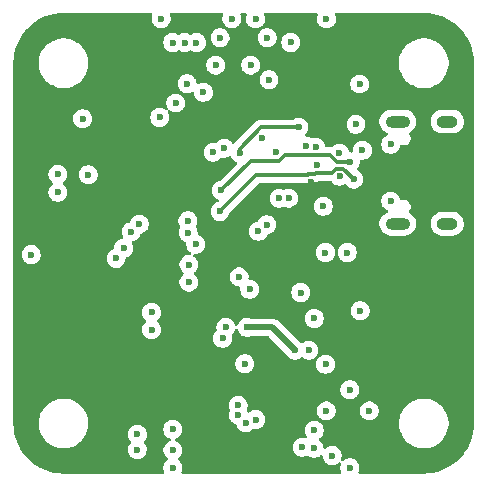
<source format=gbr>
%TF.GenerationSoftware,KiCad,Pcbnew,9.0.4*%
%TF.CreationDate,2026-01-28T15:28:03+01:00*%
%TF.ProjectId,ShiroFPV_Flight_Controller,53686972-6f46-4505-965f-466c69676874,2026-01-27*%
%TF.SameCoordinates,PX7bfa480PYb532b80*%
%TF.FileFunction,Copper,L3,Inr*%
%TF.FilePolarity,Positive*%
%FSLAX46Y46*%
G04 Gerber Fmt 4.6, Leading zero omitted, Abs format (unit mm)*
G04 Created by KiCad (PCBNEW 9.0.4) date 2026-01-28 15:28:03*
%MOMM*%
%LPD*%
G01*
G04 APERTURE LIST*
%TA.AperFunction,HeatsinkPad*%
%ADD10O,2.100000X1.000000*%
%TD*%
%TA.AperFunction,HeatsinkPad*%
%ADD11O,1.800000X1.000000*%
%TD*%
%TA.AperFunction,ViaPad*%
%ADD12C,0.600000*%
%TD*%
%TA.AperFunction,Conductor*%
%ADD13C,0.300000*%
%TD*%
%TA.AperFunction,Conductor*%
%ADD14C,0.500000*%
%TD*%
G04 APERTURE END LIST*
D10*
%TO.N,GND*%
%TO.C,P1*%
X-55068148Y135027500D03*
D11*
X-50868148Y135027500D03*
D10*
X-55068148Y143667500D03*
D11*
X-50868148Y143667500D03*
%TD*%
D12*
%TO.N,BOOT0*%
X-72752148Y131567500D03*
%TO.N,BEEPER*%
X-59998148Y139047500D03*
X-61382768Y136502880D03*
X-68503149Y130521738D03*
%TO.N,+5V*%
X-72910648Y146890000D03*
X-74113146Y114362500D03*
X-62158148Y116012500D03*
X-81267745Y139182500D03*
X-86108146Y132412500D03*
X-64128148Y150372500D03*
X-61103148Y152362500D03*
X-58608148Y143447500D03*
X-58060017Y141251448D03*
X-70113148Y150777500D03*
%TO.N,GYRO_INIT*%
X-68453441Y141038579D03*
X-63433148Y143192500D03*
%TO.N,GND*%
X-75913148Y127512500D03*
X-60615648Y115397500D03*
X-63774648Y124321500D03*
X-65968148Y147207500D03*
X-67838148Y126247500D03*
X-74108148Y115857500D03*
X-63158148Y116102500D03*
X-61878148Y140027500D03*
X-73863148Y145247500D03*
X-83845648Y139197500D03*
X-83845648Y137685599D03*
X-59123148Y114367500D03*
X-61183148Y123122500D03*
X-72753148Y130087500D03*
X-67113148Y152367500D03*
X-75913148Y126052500D03*
X-62613148Y124322500D03*
X-72178148Y133277500D03*
X-74128148Y117617500D03*
X-59130648Y120967500D03*
X-58250648Y127652500D03*
X-70478148Y148457500D03*
%TO.N,+3.3V*%
X-80378150Y128532907D03*
X-55373148Y127747500D03*
X-70658148Y142407500D03*
X-74398148Y129787500D03*
X-67838148Y124407500D03*
X-60618148Y130512500D03*
X-74363148Y127512500D03*
X-62143148Y128662500D03*
X-74363148Y126052500D03*
X-62383148Y138552500D03*
X-73603148Y139422500D03*
X-82913148Y129677500D03*
X-72925648Y149187500D03*
X-70773148Y130267500D03*
X-82913148Y130862500D03*
%TO.N,GYRO_SCK*%
X-65373148Y141120735D03*
X-66525807Y142274785D03*
%TO.N,VIN*%
X-67528148Y148457500D03*
X-75223148Y144022500D03*
%TO.N,USBD-*%
X-59098148Y140257500D03*
X-70008148Y137852500D03*
%TO.N,ADC_RSSI*%
X-69901403Y125327501D03*
X-67939148Y118190870D03*
%TO.N,ADC_VBAT*%
X-67602500Y129472500D03*
%TO.N,FLASH_MISO*%
X-61188148Y132587500D03*
X-59348528Y132587880D03*
%TO.N,USBD+*%
X-58777791Y138802429D03*
X-70121518Y136064130D03*
%TO.N,V_OUT*%
X-81753148Y143917500D03*
X-75108148Y152367500D03*
%TO.N,VBUS*%
X-55668148Y136947500D03*
X-55668148Y141747500D03*
%TO.N,Net-(U6-FB)*%
X-61112148Y119176500D03*
X-57478148Y119177500D03*
%TO.N,9V_Enable*%
X-62135648Y127002500D03*
%TO.N,SBUS*%
X-67108148Y118447500D03*
%TO.N,ADC_CURRENT*%
X-77108148Y117187500D03*
%TO.N,UART2RX*%
X-77118148Y115907500D03*
X-68013148Y123172500D03*
X-63278148Y129202500D03*
%TO.N,UART3TX*%
X-62798386Y141601501D03*
X-65099407Y137185922D03*
%TO.N,UART3RX*%
X-64299462Y137195538D03*
X-62006548Y141487500D03*
%TO.N,UART6TX*%
X-72113148Y150367500D03*
X-66163148Y134942500D03*
%TO.N,UART6RX*%
X-74113148Y150367500D03*
X-66859899Y134389251D03*
%TO.N,UART1TX*%
X-73113148Y150368500D03*
X-69763148Y141415380D03*
%TO.N,UART1RX*%
X-70688148Y141087500D03*
X-71522020Y146150000D03*
%TO.N,UART5TX*%
X-72833148Y135272500D03*
X-68589148Y118840869D03*
%TO.N,UART5RX*%
X-68589148Y119640872D03*
X-72813148Y134267500D03*
%TO.N,M1*%
X-76948148Y134997500D03*
%TO.N,M2*%
X-77623148Y134347500D03*
%TO.N,M3*%
X-78288148Y132937500D03*
%TO.N,M4*%
X-78923394Y132087500D03*
%TO.N,BEEPER_B-*%
X-66118148Y150777500D03*
X-58288148Y146852500D03*
X-60003148Y140977500D03*
%TO.N,+10V*%
X-62135648Y117547500D03*
X-69113148Y152367500D03*
%TO.N,Net-(U1-NRST)*%
X-69623148Y126247500D03*
%TD*%
D13*
%TO.N,GYRO_INIT*%
X-68453441Y141352207D02*
X-66613148Y143192500D01*
X-66613148Y143192500D02*
X-63433148Y143192500D01*
X-68453441Y141038579D02*
X-68453441Y141352207D01*
D14*
%TO.N,GND*%
X-67838148Y126247500D02*
X-65700648Y126247500D01*
X-65700648Y126247500D02*
X-63774648Y124321500D01*
D13*
%TO.N,USBD-*%
X-60203802Y140257500D02*
X-59098148Y140257500D01*
X-60783802Y140837500D02*
X-60203802Y140257500D01*
X-65103494Y140370027D02*
X-64636021Y140837500D01*
X-70008148Y137852500D02*
X-67490621Y140370027D01*
X-67490621Y140370027D02*
X-65103494Y140370027D01*
X-64636021Y140837500D02*
X-60783802Y140837500D01*
%TO.N,USBD+*%
X-60267802Y139698500D02*
X-59673862Y139698500D01*
X-61999840Y139317154D02*
X-60649148Y139317154D01*
X-70121518Y136064130D02*
X-67038148Y139147500D01*
X-60649148Y139317154D02*
X-60267802Y139698500D01*
X-62708802Y139147500D02*
X-62652802Y139203500D01*
X-62652802Y139203500D02*
X-62113494Y139203500D01*
X-59673862Y139698500D02*
X-58777791Y138802429D01*
X-62113494Y139203500D02*
X-61999840Y139317154D01*
X-67038148Y139147500D02*
X-62708802Y139147500D01*
%TD*%
%TA.AperFunction,Conductor*%
%TO.N,+3.3V*%
G36*
X-75886243Y152847315D02*
G01*
X-75840488Y152794511D01*
X-75830544Y152725353D01*
X-75838721Y152695547D01*
X-75877885Y152600998D01*
X-75877887Y152600990D01*
X-75908648Y152446347D01*
X-75908648Y152288654D01*
X-75877887Y152134011D01*
X-75877884Y152133999D01*
X-75817546Y151988328D01*
X-75817539Y151988315D01*
X-75729938Y151857212D01*
X-75729935Y151857208D01*
X-75618441Y151745714D01*
X-75618437Y151745711D01*
X-75487334Y151658110D01*
X-75487321Y151658103D01*
X-75341650Y151597765D01*
X-75341645Y151597763D01*
X-75242290Y151578000D01*
X-75186995Y151567001D01*
X-75186992Y151567000D01*
X-75186990Y151567000D01*
X-75029304Y151567000D01*
X-75029303Y151567001D01*
X-74874651Y151597763D01*
X-74741040Y151653106D01*
X-74728976Y151658103D01*
X-74728976Y151658104D01*
X-74728969Y151658106D01*
X-74597859Y151745711D01*
X-74486359Y151857211D01*
X-74398754Y151988321D01*
X-74338411Y152134003D01*
X-74307648Y152288658D01*
X-74307648Y152446342D01*
X-74307648Y152446345D01*
X-74307649Y152446347D01*
X-74338411Y152600997D01*
X-74377576Y152695549D01*
X-74385044Y152765017D01*
X-74353769Y152827496D01*
X-74293680Y152863148D01*
X-74263014Y152867000D01*
X-69958282Y152867000D01*
X-69891243Y152847315D01*
X-69845488Y152794511D01*
X-69835544Y152725353D01*
X-69843721Y152695547D01*
X-69882885Y152600998D01*
X-69882887Y152600990D01*
X-69913648Y152446347D01*
X-69913648Y152288654D01*
X-69882887Y152134011D01*
X-69882884Y152133999D01*
X-69822546Y151988328D01*
X-69822539Y151988315D01*
X-69734938Y151857212D01*
X-69734935Y151857208D01*
X-69623441Y151745714D01*
X-69623437Y151745711D01*
X-69492334Y151658110D01*
X-69492321Y151658103D01*
X-69346650Y151597765D01*
X-69346645Y151597763D01*
X-69247290Y151578000D01*
X-69191995Y151567001D01*
X-69191992Y151567000D01*
X-69191990Y151567000D01*
X-69034304Y151567000D01*
X-69034303Y151567001D01*
X-68879651Y151597763D01*
X-68746040Y151653106D01*
X-68733976Y151658103D01*
X-68733976Y151658104D01*
X-68733969Y151658106D01*
X-68602859Y151745711D01*
X-68491359Y151857211D01*
X-68403754Y151988321D01*
X-68343411Y152134003D01*
X-68312648Y152288658D01*
X-68312648Y152446342D01*
X-68312648Y152446345D01*
X-68312649Y152446347D01*
X-68343411Y152600997D01*
X-68382576Y152695549D01*
X-68390044Y152765017D01*
X-68358769Y152827496D01*
X-68298680Y152863148D01*
X-68268014Y152867000D01*
X-67958282Y152867000D01*
X-67891243Y152847315D01*
X-67845488Y152794511D01*
X-67835544Y152725353D01*
X-67843721Y152695547D01*
X-67882885Y152600998D01*
X-67882887Y152600990D01*
X-67913648Y152446347D01*
X-67913648Y152288654D01*
X-67882887Y152134011D01*
X-67882884Y152133999D01*
X-67822546Y151988328D01*
X-67822539Y151988315D01*
X-67734938Y151857212D01*
X-67734935Y151857208D01*
X-67623441Y151745714D01*
X-67623437Y151745711D01*
X-67492334Y151658110D01*
X-67492321Y151658103D01*
X-67346650Y151597765D01*
X-67346645Y151597763D01*
X-67247290Y151578000D01*
X-67191995Y151567001D01*
X-67191992Y151567000D01*
X-67191990Y151567000D01*
X-67034304Y151567000D01*
X-67034303Y151567001D01*
X-66879651Y151597763D01*
X-66746040Y151653106D01*
X-66733976Y151658103D01*
X-66733976Y151658104D01*
X-66733969Y151658106D01*
X-66602859Y151745711D01*
X-66491359Y151857211D01*
X-66403754Y151988321D01*
X-66343411Y152134003D01*
X-66312648Y152288658D01*
X-66312648Y152446342D01*
X-66312648Y152446345D01*
X-66312649Y152446347D01*
X-66343411Y152600997D01*
X-66382576Y152695549D01*
X-66390044Y152765017D01*
X-66358769Y152827496D01*
X-66298680Y152863148D01*
X-66268014Y152867000D01*
X-61946211Y152867000D01*
X-61879172Y152847315D01*
X-61833417Y152794511D01*
X-61823473Y152725353D01*
X-61831650Y152695547D01*
X-61872885Y152595998D01*
X-61872887Y152595990D01*
X-61903648Y152441347D01*
X-61903648Y152283654D01*
X-61872887Y152129011D01*
X-61872884Y152128999D01*
X-61812546Y151983328D01*
X-61812539Y151983315D01*
X-61724938Y151852212D01*
X-61724935Y151852208D01*
X-61613441Y151740714D01*
X-61613437Y151740711D01*
X-61482334Y151653110D01*
X-61482321Y151653103D01*
X-61348721Y151597765D01*
X-61336645Y151592763D01*
X-61181995Y151562001D01*
X-61181992Y151562000D01*
X-61181990Y151562000D01*
X-61024304Y151562000D01*
X-61024303Y151562001D01*
X-60869651Y151592763D01*
X-60723969Y151653106D01*
X-60592859Y151740711D01*
X-60481359Y151852211D01*
X-60393754Y151983321D01*
X-60333411Y152129003D01*
X-60302648Y152283658D01*
X-60302648Y152441342D01*
X-60302648Y152441345D01*
X-60302649Y152441347D01*
X-60329776Y152577723D01*
X-60333411Y152595997D01*
X-60374647Y152695549D01*
X-60382115Y152765017D01*
X-60350840Y152827496D01*
X-60290751Y152863148D01*
X-60260085Y152867000D01*
X-52929039Y152867000D01*
X-52929035Y152866999D01*
X-52866012Y152867000D01*
X-52860288Y152866868D01*
X-52832544Y152865586D01*
X-52476762Y152849141D01*
X-52465374Y152848085D01*
X-52087979Y152795444D01*
X-52076719Y152793340D01*
X-51705770Y152706098D01*
X-51694766Y152702966D01*
X-51512188Y152641774D01*
X-51333474Y152581876D01*
X-51322794Y152577739D01*
X-50974210Y152423827D01*
X-50963957Y152418722D01*
X-50881538Y152372816D01*
X-50631041Y152233292D01*
X-50621329Y152227278D01*
X-50309678Y152013795D01*
X-50306955Y152011930D01*
X-50297815Y152005028D01*
X-50004663Y151761601D01*
X-49996198Y151753885D01*
X-49726744Y151484434D01*
X-49719028Y151475969D01*
X-49655352Y151399287D01*
X-49475597Y151182819D01*
X-49468707Y151173696D01*
X-49253344Y150859307D01*
X-49247323Y150849582D01*
X-49061897Y150516681D01*
X-49056794Y150506433D01*
X-48902877Y150157847D01*
X-48898744Y150147177D01*
X-48888612Y150116948D01*
X-48777645Y149785871D01*
X-48774511Y149774855D01*
X-48687271Y149403935D01*
X-48685166Y149392676D01*
X-48632521Y149015276D01*
X-48631464Y149003872D01*
X-48613780Y148621395D01*
X-48613648Y148615668D01*
X-48613648Y118120372D01*
X-48613780Y118114645D01*
X-48631512Y117731132D01*
X-48632569Y117719728D01*
X-48685213Y117342335D01*
X-48687318Y117331076D01*
X-48774557Y116960159D01*
X-48777691Y116949143D01*
X-48898788Y116587842D01*
X-48902926Y116577164D01*
X-48921596Y116534877D01*
X-49056835Y116228593D01*
X-49061940Y116218341D01*
X-49247364Y115885445D01*
X-49253393Y115875707D01*
X-49257985Y115869003D01*
X-49447595Y115592208D01*
X-49468733Y115561351D01*
X-49475634Y115552213D01*
X-49606109Y115395089D01*
X-49719064Y115259064D01*
X-49726780Y115250600D01*
X-49996226Y114981157D01*
X-50004690Y114973441D01*
X-50297849Y114730007D01*
X-50306989Y114723105D01*
X-50358086Y114688103D01*
X-50621348Y114507767D01*
X-50631079Y114501741D01*
X-50963978Y114316322D01*
X-50974231Y114311217D01*
X-51322811Y114157307D01*
X-51333491Y114153170D01*
X-51694773Y114032083D01*
X-51705789Y114028948D01*
X-52076727Y113941708D01*
X-52087986Y113939604D01*
X-52465369Y113886965D01*
X-52476773Y113885908D01*
X-52861316Y113868133D01*
X-52867040Y113868001D01*
X-52898887Y113868001D01*
X-52929035Y113868001D01*
X-52929039Y113868001D01*
X-52936643Y113868000D01*
X-52936644Y113868001D01*
X-52936645Y113868000D01*
X-58278014Y113868000D01*
X-58345053Y113887685D01*
X-58390808Y113940489D01*
X-58400752Y114009647D01*
X-58392575Y114039453D01*
X-58353411Y114134003D01*
X-58322648Y114288658D01*
X-58322648Y114446342D01*
X-58322648Y114446345D01*
X-58322649Y114446347D01*
X-58352415Y114595990D01*
X-58353411Y114600997D01*
X-58364498Y114627763D01*
X-58413751Y114746673D01*
X-58413758Y114746686D01*
X-58501359Y114877789D01*
X-58501362Y114877793D01*
X-58612856Y114989287D01*
X-58612860Y114989290D01*
X-58743963Y115076891D01*
X-58743976Y115076898D01*
X-58889647Y115137236D01*
X-58889659Y115137239D01*
X-59044303Y115168000D01*
X-59044306Y115168000D01*
X-59201990Y115168000D01*
X-59201993Y115168000D01*
X-59356638Y115137239D01*
X-59356650Y115137236D01*
X-59502321Y115076898D01*
X-59502334Y115076891D01*
X-59633437Y114989290D01*
X-59633442Y114989286D01*
X-59678892Y114943836D01*
X-59740215Y114910352D01*
X-59809907Y114915337D01*
X-59865840Y114957209D01*
X-59890256Y115022673D01*
X-59881134Y115078968D01*
X-59845911Y115164003D01*
X-59815148Y115318658D01*
X-59815148Y115476342D01*
X-59815148Y115476345D01*
X-59815149Y115476347D01*
X-59832054Y115561334D01*
X-59845911Y115630997D01*
X-59863723Y115673999D01*
X-59906251Y115776673D01*
X-59906258Y115776686D01*
X-59993859Y115907789D01*
X-59993862Y115907793D01*
X-60105356Y116019287D01*
X-60105360Y116019290D01*
X-60236463Y116106891D01*
X-60236476Y116106898D01*
X-60382147Y116167236D01*
X-60382159Y116167239D01*
X-60536803Y116198000D01*
X-60536806Y116198000D01*
X-60694490Y116198000D01*
X-60694493Y116198000D01*
X-60849138Y116167239D01*
X-60849150Y116167236D01*
X-60994821Y116106898D01*
X-60994834Y116106891D01*
X-61125937Y116019290D01*
X-61125941Y116019287D01*
X-61145967Y115999260D01*
X-61207290Y115965775D01*
X-61276982Y115970759D01*
X-61332915Y116012631D01*
X-61357332Y116078095D01*
X-61357648Y116086941D01*
X-61357648Y116091345D01*
X-61357649Y116091347D01*
X-61367526Y116141002D01*
X-61388411Y116245997D01*
X-61425692Y116336002D01*
X-61448751Y116391673D01*
X-61448758Y116391686D01*
X-61536359Y116522789D01*
X-61536362Y116522793D01*
X-61647857Y116634288D01*
X-61683345Y116658000D01*
X-61700378Y116669382D01*
X-61745183Y116722992D01*
X-61753890Y116792317D01*
X-61723736Y116855345D01*
X-61700377Y116875585D01*
X-61635159Y116919163D01*
X-61625359Y116925711D01*
X-61513859Y117037211D01*
X-61426254Y117168321D01*
X-61365911Y117314003D01*
X-61335148Y117468658D01*
X-61335148Y117626342D01*
X-61335148Y117626345D01*
X-61335149Y117626347D01*
X-61357379Y117738103D01*
X-61365911Y117780997D01*
X-61394903Y117850990D01*
X-61426251Y117926673D01*
X-61426258Y117926686D01*
X-61513859Y118057789D01*
X-61513862Y118057793D01*
X-61625356Y118169287D01*
X-61625360Y118169290D01*
X-61753884Y118255168D01*
X-54963648Y118255168D01*
X-54963648Y117979833D01*
X-54963647Y117979816D01*
X-54927710Y117706845D01*
X-54927709Y117706840D01*
X-54927708Y117706834D01*
X-54906406Y117627335D01*
X-54856444Y117440870D01*
X-54751073Y117186483D01*
X-54751068Y117186472D01*
X-54705306Y117107211D01*
X-54613397Y116948021D01*
X-54613395Y116948018D01*
X-54613394Y116948017D01*
X-54445778Y116729574D01*
X-54445772Y116729567D01*
X-54251082Y116534877D01*
X-54251075Y116534871D01*
X-54178636Y116479287D01*
X-54032627Y116367251D01*
X-53893072Y116286679D01*
X-53794177Y116229581D01*
X-53794172Y116229579D01*
X-53794169Y116229577D01*
X-53539780Y116124205D01*
X-53273814Y116052940D01*
X-53000822Y116017000D01*
X-53000815Y116017000D01*
X-52725481Y116017000D01*
X-52725474Y116017000D01*
X-52452482Y116052940D01*
X-52186516Y116124205D01*
X-51932127Y116229577D01*
X-51693669Y116367251D01*
X-51475220Y116534872D01*
X-51280520Y116729572D01*
X-51112899Y116948021D01*
X-50975225Y117186479D01*
X-50869853Y117440868D01*
X-50798588Y117706834D01*
X-50762648Y117979826D01*
X-50762648Y118255174D01*
X-50798588Y118528166D01*
X-50869853Y118794132D01*
X-50975225Y119048521D01*
X-50975227Y119048524D01*
X-50975229Y119048529D01*
X-51037797Y119156898D01*
X-51112899Y119286979D01*
X-51207297Y119410002D01*
X-51280519Y119505427D01*
X-51280525Y119505434D01*
X-51475215Y119700124D01*
X-51475222Y119700130D01*
X-51693665Y119867746D01*
X-51693666Y119867747D01*
X-51693669Y119867749D01*
X-51829612Y119946236D01*
X-51932120Y120005420D01*
X-51932131Y120005425D01*
X-52186518Y120110796D01*
X-52337180Y120151165D01*
X-52452482Y120182060D01*
X-52452488Y120182061D01*
X-52452493Y120182062D01*
X-52725464Y120217999D01*
X-52725469Y120218000D01*
X-52725474Y120218000D01*
X-53000822Y120218000D01*
X-53000828Y120218000D01*
X-53000833Y120217999D01*
X-53273804Y120182062D01*
X-53273811Y120182061D01*
X-53273814Y120182060D01*
X-53330015Y120167001D01*
X-53539779Y120110796D01*
X-53794166Y120005425D01*
X-53794177Y120005420D01*
X-54032632Y119867746D01*
X-54251075Y119700130D01*
X-54251082Y119700124D01*
X-54445772Y119505434D01*
X-54445778Y119505427D01*
X-54613394Y119286984D01*
X-54751068Y119048529D01*
X-54751073Y119048518D01*
X-54856444Y118794131D01*
X-54886759Y118680990D01*
X-54920594Y118554714D01*
X-54927707Y118528169D01*
X-54927710Y118528156D01*
X-54963647Y118255185D01*
X-54963648Y118255168D01*
X-61753884Y118255168D01*
X-61756463Y118256891D01*
X-61756476Y118256898D01*
X-61902147Y118317236D01*
X-61902159Y118317239D01*
X-62056803Y118348000D01*
X-62056806Y118348000D01*
X-62214490Y118348000D01*
X-62214493Y118348000D01*
X-62369138Y118317239D01*
X-62369150Y118317236D01*
X-62514821Y118256898D01*
X-62514834Y118256891D01*
X-62645937Y118169290D01*
X-62645941Y118169287D01*
X-62757435Y118057793D01*
X-62757438Y118057789D01*
X-62845039Y117926686D01*
X-62845046Y117926673D01*
X-62905384Y117781002D01*
X-62905387Y117780990D01*
X-62936148Y117626347D01*
X-62936148Y117468654D01*
X-62905387Y117314011D01*
X-62905384Y117313999D01*
X-62845046Y117168328D01*
X-62845039Y117168315D01*
X-62768134Y117053220D01*
X-62747256Y116986543D01*
X-62765740Y116919163D01*
X-62817719Y116872472D01*
X-62886689Y116861296D01*
X-62918683Y116869765D01*
X-62918792Y116869811D01*
X-62924651Y116872237D01*
X-62924655Y116872238D01*
X-62924659Y116872239D01*
X-63079303Y116903000D01*
X-63079306Y116903000D01*
X-63236990Y116903000D01*
X-63236993Y116903000D01*
X-63391638Y116872239D01*
X-63391650Y116872236D01*
X-63537321Y116811898D01*
X-63537334Y116811891D01*
X-63668437Y116724290D01*
X-63668441Y116724287D01*
X-63779935Y116612793D01*
X-63779938Y116612789D01*
X-63867539Y116481686D01*
X-63867546Y116481673D01*
X-63927884Y116336002D01*
X-63927887Y116335990D01*
X-63958648Y116181347D01*
X-63958648Y116023654D01*
X-63927887Y115869011D01*
X-63927884Y115868999D01*
X-63867546Y115723328D01*
X-63867539Y115723315D01*
X-63779938Y115592212D01*
X-63779935Y115592208D01*
X-63668441Y115480714D01*
X-63668437Y115480711D01*
X-63537334Y115393110D01*
X-63537321Y115393103D01*
X-63426526Y115347211D01*
X-63391645Y115332763D01*
X-63242570Y115303110D01*
X-63236995Y115302001D01*
X-63236992Y115302000D01*
X-63236990Y115302000D01*
X-63079304Y115302000D01*
X-63079303Y115302001D01*
X-62924651Y115332763D01*
X-62778969Y115393106D01*
X-62778967Y115393108D01*
X-62774183Y115395089D01*
X-62704713Y115402558D01*
X-62657841Y115383631D01*
X-62537327Y115303106D01*
X-62537325Y115303105D01*
X-62537321Y115303103D01*
X-62410493Y115250570D01*
X-62391645Y115242763D01*
X-62236995Y115212001D01*
X-62236992Y115212000D01*
X-62236990Y115212000D01*
X-62079304Y115212000D01*
X-62079303Y115212001D01*
X-61924651Y115242763D01*
X-61778969Y115303106D01*
X-61647859Y115390711D01*
X-61641201Y115397369D01*
X-61627829Y115410740D01*
X-61566506Y115444225D01*
X-61496814Y115439241D01*
X-61440881Y115397369D01*
X-61416464Y115331905D01*
X-61416148Y115323059D01*
X-61416148Y115318654D01*
X-61385387Y115164011D01*
X-61385384Y115163999D01*
X-61325046Y115018328D01*
X-61325039Y115018315D01*
X-61237438Y114887212D01*
X-61237435Y114887208D01*
X-61125941Y114775714D01*
X-61125937Y114775711D01*
X-60994834Y114688110D01*
X-60994821Y114688103D01*
X-60849150Y114627765D01*
X-60849145Y114627763D01*
X-60714609Y114601002D01*
X-60694495Y114597001D01*
X-60694492Y114597000D01*
X-60694490Y114597000D01*
X-60536804Y114597000D01*
X-60536803Y114597001D01*
X-60382151Y114627763D01*
X-60269482Y114674433D01*
X-60236476Y114688103D01*
X-60236476Y114688104D01*
X-60236469Y114688106D01*
X-60105359Y114775711D01*
X-60059907Y114821163D01*
X-59998584Y114854649D01*
X-59928893Y114849665D01*
X-59872959Y114807794D01*
X-59848541Y114742330D01*
X-59857663Y114686032D01*
X-59892885Y114600997D01*
X-59892886Y114600994D01*
X-59892886Y114600993D01*
X-59892887Y114600990D01*
X-59923648Y114446347D01*
X-59923648Y114288654D01*
X-59892887Y114134011D01*
X-59892885Y114134003D01*
X-59881908Y114107501D01*
X-59853721Y114039453D01*
X-59846252Y113969983D01*
X-59877527Y113907504D01*
X-59937616Y113871852D01*
X-59968282Y113868000D01*
X-73265941Y113868000D01*
X-73332980Y113887685D01*
X-73378735Y113940489D01*
X-73388679Y114009647D01*
X-73380502Y114039453D01*
X-73343409Y114129003D01*
X-73312646Y114283658D01*
X-73312646Y114441342D01*
X-73312646Y114441345D01*
X-73312647Y114441347D01*
X-73324660Y114501741D01*
X-73343409Y114595997D01*
X-73356567Y114627763D01*
X-73403749Y114741673D01*
X-73403756Y114741686D01*
X-73491357Y114872789D01*
X-73491360Y114872793D01*
X-73602854Y114984287D01*
X-73602858Y114984290D01*
X-73634195Y115005229D01*
X-73679000Y115058842D01*
X-73687707Y115128167D01*
X-73657552Y115191194D01*
X-73634202Y115211428D01*
X-73597859Y115235711D01*
X-73486359Y115347211D01*
X-73398754Y115478321D01*
X-73388858Y115502211D01*
X-73378046Y115528315D01*
X-73338411Y115624003D01*
X-73307648Y115778658D01*
X-73307648Y115936342D01*
X-73307648Y115936345D01*
X-73307649Y115936347D01*
X-73323692Y116017000D01*
X-73338411Y116090997D01*
X-73352166Y116124205D01*
X-73398751Y116236673D01*
X-73398758Y116236686D01*
X-73486359Y116367789D01*
X-73486362Y116367793D01*
X-73597856Y116479287D01*
X-73597860Y116479290D01*
X-73728963Y116566891D01*
X-73728973Y116566896D01*
X-73874275Y116627082D01*
X-73928678Y116670923D01*
X-73950743Y116737217D01*
X-73933464Y116804917D01*
X-73882326Y116852527D01*
X-73874313Y116856188D01*
X-73748969Y116908106D01*
X-73617859Y116995711D01*
X-73506359Y117107211D01*
X-73418754Y117238321D01*
X-73358411Y117384003D01*
X-73327648Y117538658D01*
X-73327648Y117696342D01*
X-73327648Y117696345D01*
X-73327649Y117696347D01*
X-73335955Y117738103D01*
X-73358411Y117850997D01*
X-73377422Y117896894D01*
X-73418751Y117996673D01*
X-73418758Y117996686D01*
X-73506359Y118127789D01*
X-73506362Y118127793D01*
X-73617856Y118239287D01*
X-73617860Y118239290D01*
X-73748963Y118326891D01*
X-73748976Y118326898D01*
X-73894647Y118387236D01*
X-73894659Y118387239D01*
X-74049303Y118418000D01*
X-74049306Y118418000D01*
X-74206990Y118418000D01*
X-74206993Y118418000D01*
X-74361638Y118387239D01*
X-74361650Y118387236D01*
X-74507321Y118326898D01*
X-74507334Y118326891D01*
X-74638437Y118239290D01*
X-74638441Y118239287D01*
X-74749935Y118127793D01*
X-74749938Y118127789D01*
X-74837539Y117996686D01*
X-74837546Y117996673D01*
X-74897884Y117851002D01*
X-74897887Y117850990D01*
X-74928648Y117696347D01*
X-74928648Y117538654D01*
X-74897887Y117384011D01*
X-74897884Y117383999D01*
X-74837546Y117238328D01*
X-74837539Y117238315D01*
X-74749938Y117107212D01*
X-74749935Y117107208D01*
X-74638441Y116995714D01*
X-74638437Y116995711D01*
X-74507334Y116908110D01*
X-74507321Y116908103D01*
X-74362023Y116847919D01*
X-74307619Y116804078D01*
X-74285554Y116737784D01*
X-74302833Y116670085D01*
X-74353970Y116622474D01*
X-74362022Y116618797D01*
X-74487325Y116566896D01*
X-74487334Y116566891D01*
X-74618437Y116479290D01*
X-74618441Y116479287D01*
X-74729935Y116367793D01*
X-74729938Y116367789D01*
X-74817539Y116236686D01*
X-74817546Y116236673D01*
X-74877884Y116091002D01*
X-74877887Y116090990D01*
X-74908648Y115936347D01*
X-74908648Y115778654D01*
X-74877887Y115624011D01*
X-74877884Y115623999D01*
X-74817546Y115478328D01*
X-74817539Y115478315D01*
X-74729938Y115347212D01*
X-74729935Y115347208D01*
X-74618438Y115235711D01*
X-74587100Y115214772D01*
X-74542295Y115161160D01*
X-74533588Y115091835D01*
X-74563742Y115028808D01*
X-74587100Y115008568D01*
X-74623435Y114984290D01*
X-74623439Y114984287D01*
X-74734933Y114872793D01*
X-74734936Y114872789D01*
X-74822537Y114741686D01*
X-74822544Y114741673D01*
X-74882882Y114596002D01*
X-74882885Y114595990D01*
X-74913646Y114441347D01*
X-74913646Y114283654D01*
X-74882885Y114129011D01*
X-74882883Y114129003D01*
X-74845790Y114039453D01*
X-74838321Y113969983D01*
X-74869596Y113907504D01*
X-74929685Y113871852D01*
X-74960351Y113868000D01*
X-83360276Y113868000D01*
X-83366003Y113868132D01*
X-83749518Y113885863D01*
X-83760923Y113886920D01*
X-84138320Y113939565D01*
X-84149578Y113941670D01*
X-84520496Y114028908D01*
X-84531512Y114032042D01*
X-84892815Y114153139D01*
X-84903475Y114157269D01*
X-85252089Y114311196D01*
X-85262315Y114316289D01*
X-85372065Y114377420D01*
X-85595210Y114501711D01*
X-85604948Y114507740D01*
X-85919321Y114723089D01*
X-85928461Y114729992D01*
X-86221609Y114973419D01*
X-86230073Y114981135D01*
X-86499509Y115250570D01*
X-86507226Y115259034D01*
X-86543826Y115303110D01*
X-86750664Y115552197D01*
X-86757564Y115561334D01*
X-86757576Y115561351D01*
X-86940684Y115828656D01*
X-86972910Y115875700D01*
X-86978939Y115885438D01*
X-87035145Y115986347D01*
X-77918648Y115986347D01*
X-77918648Y115828654D01*
X-77887887Y115674011D01*
X-77887884Y115673999D01*
X-77827546Y115528328D01*
X-77827539Y115528315D01*
X-77739938Y115397212D01*
X-77739935Y115397208D01*
X-77628441Y115285714D01*
X-77628437Y115285711D01*
X-77497334Y115198110D01*
X-77497321Y115198103D01*
X-77351650Y115137765D01*
X-77351645Y115137763D01*
X-77217280Y115111036D01*
X-77196995Y115107001D01*
X-77196992Y115107000D01*
X-77196990Y115107000D01*
X-77039304Y115107000D01*
X-77039303Y115107001D01*
X-76884651Y115137763D01*
X-76738969Y115198106D01*
X-76607859Y115285711D01*
X-76496359Y115397211D01*
X-76408754Y115528321D01*
X-76348411Y115674003D01*
X-76317648Y115828658D01*
X-76317648Y115986342D01*
X-76317648Y115986345D01*
X-76317649Y115986347D01*
X-76338464Y116090990D01*
X-76348411Y116140997D01*
X-76375864Y116207275D01*
X-76408751Y116286673D01*
X-76408758Y116286686D01*
X-76496359Y116417789D01*
X-76496362Y116417793D01*
X-76533389Y116454820D01*
X-76566874Y116516143D01*
X-76561890Y116585835D01*
X-76533392Y116630179D01*
X-76486359Y116677211D01*
X-76398754Y116808321D01*
X-76338411Y116954003D01*
X-76307648Y117108658D01*
X-76307648Y117266342D01*
X-76307648Y117266345D01*
X-76307649Y117266347D01*
X-76317128Y117313999D01*
X-76338411Y117420997D01*
X-76346642Y117440868D01*
X-76398751Y117566673D01*
X-76398758Y117566686D01*
X-76486359Y117697789D01*
X-76486362Y117697793D01*
X-76597856Y117809287D01*
X-76597860Y117809290D01*
X-76728963Y117896891D01*
X-76728976Y117896898D01*
X-76874647Y117957236D01*
X-76874659Y117957239D01*
X-77029303Y117988000D01*
X-77029306Y117988000D01*
X-77186990Y117988000D01*
X-77186993Y117988000D01*
X-77341638Y117957239D01*
X-77341650Y117957236D01*
X-77487321Y117896898D01*
X-77487334Y117896891D01*
X-77618437Y117809290D01*
X-77618441Y117809287D01*
X-77729935Y117697793D01*
X-77729938Y117697789D01*
X-77817539Y117566686D01*
X-77817546Y117566673D01*
X-77877884Y117421002D01*
X-77877887Y117420990D01*
X-77908648Y117266347D01*
X-77908648Y117108654D01*
X-77877887Y116954011D01*
X-77877884Y116953999D01*
X-77817546Y116808328D01*
X-77817539Y116808315D01*
X-77729938Y116677212D01*
X-77729935Y116677208D01*
X-77692908Y116640181D01*
X-77659423Y116578858D01*
X-77664407Y116509166D01*
X-77692908Y116464819D01*
X-77739935Y116417793D01*
X-77739938Y116417789D01*
X-77827539Y116286686D01*
X-77827546Y116286673D01*
X-77887884Y116141002D01*
X-77887887Y116140990D01*
X-77918648Y115986347D01*
X-87035145Y115986347D01*
X-87072237Y116052940D01*
X-87164366Y116218342D01*
X-87169450Y116228551D01*
X-87323386Y116577185D01*
X-87327506Y116587821D01*
X-87448612Y116949149D01*
X-87451739Y116960139D01*
X-87538983Y117331079D01*
X-87541086Y117342330D01*
X-87541087Y117342335D01*
X-87593731Y117719732D01*
X-87594787Y117731129D01*
X-87595110Y117738106D01*
X-87612516Y118114601D01*
X-87612648Y118120328D01*
X-87612648Y118255168D01*
X-85463648Y118255168D01*
X-85463648Y117979833D01*
X-85463647Y117979816D01*
X-85427710Y117706845D01*
X-85427709Y117706840D01*
X-85427708Y117706834D01*
X-85406406Y117627335D01*
X-85356444Y117440870D01*
X-85251073Y117186483D01*
X-85251068Y117186472D01*
X-85205306Y117107211D01*
X-85113397Y116948021D01*
X-85113395Y116948018D01*
X-85113394Y116948017D01*
X-84945778Y116729574D01*
X-84945772Y116729567D01*
X-84751082Y116534877D01*
X-84751075Y116534871D01*
X-84678636Y116479287D01*
X-84532627Y116367251D01*
X-84393072Y116286679D01*
X-84294177Y116229581D01*
X-84294172Y116229579D01*
X-84294169Y116229577D01*
X-84039780Y116124205D01*
X-83773814Y116052940D01*
X-83500822Y116017000D01*
X-83500815Y116017000D01*
X-83225481Y116017000D01*
X-83225474Y116017000D01*
X-82952482Y116052940D01*
X-82686516Y116124205D01*
X-82432127Y116229577D01*
X-82193669Y116367251D01*
X-81975220Y116534872D01*
X-81780520Y116729572D01*
X-81612899Y116948021D01*
X-81475225Y117186479D01*
X-81369853Y117440868D01*
X-81298588Y117706834D01*
X-81262648Y117979826D01*
X-81262648Y118255174D01*
X-81298588Y118528166D01*
X-81369853Y118794132D01*
X-81475225Y119048521D01*
X-81475227Y119048524D01*
X-81475229Y119048529D01*
X-81537797Y119156898D01*
X-81612899Y119286979D01*
X-81707297Y119410002D01*
X-81780519Y119505427D01*
X-81780525Y119505434D01*
X-81975215Y119700124D01*
X-81975222Y119700130D01*
X-82000751Y119719719D01*
X-69389648Y119719719D01*
X-69389648Y119562026D01*
X-69358887Y119407383D01*
X-69358884Y119407371D01*
X-69309573Y119288323D01*
X-69302104Y119218854D01*
X-69309573Y119193419D01*
X-69358884Y119074371D01*
X-69358887Y119074359D01*
X-69389648Y118919716D01*
X-69389648Y118762023D01*
X-69358887Y118607380D01*
X-69358884Y118607368D01*
X-69298546Y118461697D01*
X-69298539Y118461684D01*
X-69210938Y118330581D01*
X-69210935Y118330577D01*
X-69099441Y118219083D01*
X-69099437Y118219080D01*
X-68968334Y118131479D01*
X-68968321Y118131472D01*
X-68859066Y118086218D01*
X-68822645Y118071132D01*
X-68809022Y118068423D01*
X-68747112Y118036038D01*
X-68712537Y117975323D01*
X-68711596Y117971000D01*
X-68708886Y117957375D01*
X-68708884Y117957369D01*
X-68648546Y117811698D01*
X-68648539Y117811685D01*
X-68560938Y117680582D01*
X-68560935Y117680578D01*
X-68449441Y117569084D01*
X-68449437Y117569081D01*
X-68318334Y117481480D01*
X-68318321Y117481473D01*
X-68220295Y117440870D01*
X-68172645Y117421133D01*
X-68017995Y117390371D01*
X-68017992Y117390370D01*
X-68017990Y117390370D01*
X-67860304Y117390370D01*
X-67860303Y117390371D01*
X-67705651Y117421133D01*
X-67559969Y117481476D01*
X-67428859Y117569081D01*
X-67370604Y117627337D01*
X-67309284Y117660820D01*
X-67258733Y117661271D01*
X-67256465Y117660820D01*
X-67186991Y117647000D01*
X-67186990Y117647000D01*
X-67029304Y117647000D01*
X-67029303Y117647001D01*
X-66874651Y117677763D01*
X-66728969Y117738106D01*
X-66597859Y117825711D01*
X-66486359Y117937211D01*
X-66398754Y118068321D01*
X-66338411Y118214003D01*
X-66307648Y118368658D01*
X-66307648Y118526342D01*
X-66307648Y118526345D01*
X-66307649Y118526347D01*
X-66313490Y118555711D01*
X-66338411Y118680997D01*
X-66338413Y118681002D01*
X-66398751Y118826673D01*
X-66398758Y118826686D01*
X-66486359Y118957789D01*
X-66486362Y118957793D01*
X-66597856Y119069287D01*
X-66597860Y119069290D01*
X-66728963Y119156891D01*
X-66728976Y119156898D01*
X-66874647Y119217236D01*
X-66874659Y119217239D01*
X-67029303Y119248000D01*
X-67029306Y119248000D01*
X-67186990Y119248000D01*
X-67186993Y119248000D01*
X-67341638Y119217239D01*
X-67341650Y119217236D01*
X-67487321Y119156898D01*
X-67487334Y119156891D01*
X-67618434Y119069292D01*
X-67618437Y119069290D01*
X-67627843Y119059884D01*
X-67656641Y119044163D01*
X-67684852Y119027424D01*
X-67687151Y119027507D01*
X-67689169Y119026404D01*
X-67721905Y119028748D01*
X-67754677Y119029918D01*
X-67756565Y119031229D01*
X-67758860Y119031393D01*
X-67785130Y119051062D01*
X-67812070Y119069766D01*
X-67813635Y119072404D01*
X-67814791Y119073269D01*
X-67830079Y119100120D01*
X-67868724Y119193418D01*
X-67875382Y119255347D01*
X-61912648Y119255347D01*
X-61912648Y119097654D01*
X-61881887Y118943011D01*
X-61881884Y118942999D01*
X-61821546Y118797328D01*
X-61821539Y118797315D01*
X-61733938Y118666212D01*
X-61733935Y118666208D01*
X-61622441Y118554714D01*
X-61622437Y118554711D01*
X-61491334Y118467110D01*
X-61491321Y118467103D01*
X-61372774Y118418000D01*
X-61345645Y118406763D01*
X-61215377Y118380851D01*
X-61190995Y118376001D01*
X-61190992Y118376000D01*
X-61190990Y118376000D01*
X-61033304Y118376000D01*
X-61033303Y118376001D01*
X-60878651Y118406763D01*
X-60746044Y118461690D01*
X-60732976Y118467103D01*
X-60732976Y118467104D01*
X-60732969Y118467106D01*
X-60601859Y118554711D01*
X-60490359Y118666211D01*
X-60402754Y118797321D01*
X-60342411Y118943003D01*
X-60311648Y119097658D01*
X-60311648Y119255342D01*
X-60311848Y119256345D01*
X-60311848Y119256347D01*
X-58278648Y119256347D01*
X-58278648Y119098654D01*
X-58247887Y118944011D01*
X-58247884Y118943999D01*
X-58187546Y118798328D01*
X-58187539Y118798315D01*
X-58099938Y118667212D01*
X-58099935Y118667208D01*
X-57988441Y118555714D01*
X-57988437Y118555711D01*
X-57857334Y118468110D01*
X-57857321Y118468103D01*
X-57711650Y118407765D01*
X-57711645Y118407763D01*
X-57608449Y118387236D01*
X-57556995Y118377001D01*
X-57556992Y118377000D01*
X-57556990Y118377000D01*
X-57399304Y118377000D01*
X-57379949Y118380850D01*
X-57379949Y118380851D01*
X-57244651Y118407763D01*
X-57101383Y118467106D01*
X-57098976Y118468103D01*
X-57098976Y118468104D01*
X-57098969Y118468106D01*
X-56967859Y118555711D01*
X-56856359Y118667211D01*
X-56769422Y118797321D01*
X-56768758Y118798315D01*
X-56768758Y118798316D01*
X-56768754Y118798321D01*
X-56708411Y118944003D01*
X-56677648Y119098658D01*
X-56677648Y119256342D01*
X-56677648Y119256345D01*
X-56677649Y119256347D01*
X-56683743Y119286984D01*
X-56708411Y119410997D01*
X-56747525Y119505428D01*
X-56768751Y119556673D01*
X-56768758Y119556686D01*
X-56856359Y119687789D01*
X-56856362Y119687793D01*
X-56967856Y119799287D01*
X-56967860Y119799290D01*
X-57098963Y119886891D01*
X-57098976Y119886898D01*
X-57244647Y119947236D01*
X-57244659Y119947239D01*
X-57399303Y119978000D01*
X-57399306Y119978000D01*
X-57556990Y119978000D01*
X-57556993Y119978000D01*
X-57711638Y119947239D01*
X-57711650Y119947236D01*
X-57857321Y119886898D01*
X-57857334Y119886891D01*
X-57988437Y119799290D01*
X-57988441Y119799287D01*
X-58099935Y119687793D01*
X-58099938Y119687789D01*
X-58187539Y119556686D01*
X-58187546Y119556673D01*
X-58247884Y119411002D01*
X-58247887Y119410990D01*
X-58278648Y119256347D01*
X-60311848Y119256347D01*
X-60341889Y119407371D01*
X-60342411Y119409997D01*
X-60381939Y119505427D01*
X-60402751Y119555673D01*
X-60402758Y119555686D01*
X-60490359Y119686789D01*
X-60490362Y119686793D01*
X-60601856Y119798287D01*
X-60601860Y119798290D01*
X-60732963Y119885891D01*
X-60732976Y119885898D01*
X-60878647Y119946236D01*
X-60878659Y119946239D01*
X-61033303Y119977000D01*
X-61033306Y119977000D01*
X-61190990Y119977000D01*
X-61190993Y119977000D01*
X-61345638Y119946239D01*
X-61345650Y119946236D01*
X-61491321Y119885898D01*
X-61491334Y119885891D01*
X-61622437Y119798290D01*
X-61622441Y119798287D01*
X-61733935Y119686793D01*
X-61733938Y119686789D01*
X-61821539Y119555686D01*
X-61821546Y119555673D01*
X-61881884Y119410002D01*
X-61881887Y119409990D01*
X-61912648Y119255347D01*
X-67875382Y119255347D01*
X-67876193Y119262887D01*
X-67868724Y119288323D01*
X-67819411Y119407375D01*
X-67788648Y119562030D01*
X-67788648Y119719714D01*
X-67788648Y119719717D01*
X-67788649Y119719719D01*
X-67818094Y119867746D01*
X-67819411Y119874369D01*
X-67819413Y119874374D01*
X-67879751Y120020045D01*
X-67879758Y120020058D01*
X-67967359Y120151161D01*
X-67967362Y120151165D01*
X-68078856Y120262659D01*
X-68078860Y120262662D01*
X-68209963Y120350263D01*
X-68209976Y120350270D01*
X-68355647Y120410608D01*
X-68355659Y120410611D01*
X-68510303Y120441372D01*
X-68510306Y120441372D01*
X-68667990Y120441372D01*
X-68667993Y120441372D01*
X-68822638Y120410611D01*
X-68822650Y120410608D01*
X-68968321Y120350270D01*
X-68968334Y120350263D01*
X-69099437Y120262662D01*
X-69099441Y120262659D01*
X-69210935Y120151165D01*
X-69210938Y120151161D01*
X-69298539Y120020058D01*
X-69298546Y120020045D01*
X-69358884Y119874374D01*
X-69358887Y119874362D01*
X-69389648Y119719719D01*
X-82000751Y119719719D01*
X-82193665Y119867746D01*
X-82193666Y119867747D01*
X-82193669Y119867749D01*
X-82329612Y119946236D01*
X-82432120Y120005420D01*
X-82432131Y120005425D01*
X-82686518Y120110796D01*
X-82837180Y120151165D01*
X-82952482Y120182060D01*
X-82952488Y120182061D01*
X-82952493Y120182062D01*
X-83225464Y120217999D01*
X-83225469Y120218000D01*
X-83225474Y120218000D01*
X-83500822Y120218000D01*
X-83500828Y120218000D01*
X-83500833Y120217999D01*
X-83773804Y120182062D01*
X-83773811Y120182061D01*
X-83773814Y120182060D01*
X-83830015Y120167001D01*
X-84039779Y120110796D01*
X-84294166Y120005425D01*
X-84294177Y120005420D01*
X-84532632Y119867746D01*
X-84751075Y119700130D01*
X-84751082Y119700124D01*
X-84945772Y119505434D01*
X-84945778Y119505427D01*
X-85113394Y119286984D01*
X-85251068Y119048529D01*
X-85251073Y119048518D01*
X-85356444Y118794131D01*
X-85386759Y118680990D01*
X-85420594Y118554714D01*
X-85427707Y118528169D01*
X-85427710Y118528156D01*
X-85463647Y118255185D01*
X-85463648Y118255168D01*
X-87612648Y118255168D01*
X-87612648Y121046347D01*
X-59931148Y121046347D01*
X-59931148Y120888654D01*
X-59900387Y120734011D01*
X-59900384Y120733999D01*
X-59840046Y120588328D01*
X-59840039Y120588315D01*
X-59752438Y120457212D01*
X-59752435Y120457208D01*
X-59640941Y120345714D01*
X-59640937Y120345711D01*
X-59509834Y120258110D01*
X-59509821Y120258103D01*
X-59364150Y120197765D01*
X-59364145Y120197763D01*
X-59209495Y120167001D01*
X-59209492Y120167000D01*
X-59209490Y120167000D01*
X-59051804Y120167000D01*
X-59051803Y120167001D01*
X-58897151Y120197763D01*
X-58751469Y120258106D01*
X-58620359Y120345711D01*
X-58508859Y120457211D01*
X-58421254Y120588321D01*
X-58360911Y120734003D01*
X-58330148Y120888658D01*
X-58330148Y121046342D01*
X-58330148Y121046345D01*
X-58330149Y121046347D01*
X-58360910Y121200990D01*
X-58360911Y121200997D01*
X-58360913Y121201002D01*
X-58421251Y121346673D01*
X-58421258Y121346686D01*
X-58508859Y121477789D01*
X-58508862Y121477793D01*
X-58620356Y121589287D01*
X-58620360Y121589290D01*
X-58751463Y121676891D01*
X-58751476Y121676898D01*
X-58897147Y121737236D01*
X-58897159Y121737239D01*
X-59051803Y121768000D01*
X-59051806Y121768000D01*
X-59209490Y121768000D01*
X-59209493Y121768000D01*
X-59364138Y121737239D01*
X-59364150Y121737236D01*
X-59509821Y121676898D01*
X-59509834Y121676891D01*
X-59640937Y121589290D01*
X-59640941Y121589287D01*
X-59752435Y121477793D01*
X-59752438Y121477789D01*
X-59840039Y121346686D01*
X-59840046Y121346673D01*
X-59900384Y121201002D01*
X-59900387Y121200990D01*
X-59931148Y121046347D01*
X-87612648Y121046347D01*
X-87612648Y123251347D01*
X-68813648Y123251347D01*
X-68813648Y123093654D01*
X-68782887Y122939011D01*
X-68782884Y122938999D01*
X-68722546Y122793328D01*
X-68722539Y122793315D01*
X-68634938Y122662212D01*
X-68634935Y122662208D01*
X-68523441Y122550714D01*
X-68523437Y122550711D01*
X-68392334Y122463110D01*
X-68392321Y122463103D01*
X-68246650Y122402765D01*
X-68246645Y122402763D01*
X-68091995Y122372001D01*
X-68091992Y122372000D01*
X-68091990Y122372000D01*
X-67934304Y122372000D01*
X-67934303Y122372001D01*
X-67779651Y122402763D01*
X-67633969Y122463106D01*
X-67502859Y122550711D01*
X-67391359Y122662211D01*
X-67303754Y122793321D01*
X-67243411Y122939003D01*
X-67212648Y123093658D01*
X-67212648Y123201347D01*
X-61983648Y123201347D01*
X-61983648Y123043654D01*
X-61952887Y122889011D01*
X-61952884Y122888999D01*
X-61892546Y122743328D01*
X-61892539Y122743315D01*
X-61804938Y122612212D01*
X-61804935Y122612208D01*
X-61693441Y122500714D01*
X-61693437Y122500711D01*
X-61562334Y122413110D01*
X-61562321Y122413103D01*
X-61463088Y122372000D01*
X-61416645Y122352763D01*
X-61261995Y122322001D01*
X-61261992Y122322000D01*
X-61261990Y122322000D01*
X-61104304Y122322000D01*
X-61104303Y122322001D01*
X-60949651Y122352763D01*
X-60803969Y122413106D01*
X-60672859Y122500711D01*
X-60561359Y122612211D01*
X-60473754Y122743321D01*
X-60413411Y122889003D01*
X-60382648Y123043658D01*
X-60382648Y123201342D01*
X-60382648Y123201345D01*
X-60382649Y123201347D01*
X-60413410Y123355990D01*
X-60413411Y123355997D01*
X-60413413Y123356002D01*
X-60473751Y123501673D01*
X-60473758Y123501686D01*
X-60561359Y123632789D01*
X-60561362Y123632793D01*
X-60672856Y123744287D01*
X-60672860Y123744290D01*
X-60803963Y123831891D01*
X-60803976Y123831898D01*
X-60949647Y123892236D01*
X-60949659Y123892239D01*
X-61104303Y123923000D01*
X-61104306Y123923000D01*
X-61261990Y123923000D01*
X-61261993Y123923000D01*
X-61416638Y123892239D01*
X-61416650Y123892236D01*
X-61562321Y123831898D01*
X-61562334Y123831891D01*
X-61693437Y123744290D01*
X-61693441Y123744287D01*
X-61804935Y123632793D01*
X-61804938Y123632789D01*
X-61892539Y123501686D01*
X-61892546Y123501673D01*
X-61952884Y123356002D01*
X-61952887Y123355990D01*
X-61983648Y123201347D01*
X-67212648Y123201347D01*
X-67212648Y123251342D01*
X-67212648Y123251345D01*
X-67212649Y123251347D01*
X-67233464Y123355990D01*
X-67243411Y123405997D01*
X-67291046Y123521000D01*
X-67303751Y123551673D01*
X-67303758Y123551686D01*
X-67391359Y123682789D01*
X-67391362Y123682793D01*
X-67502856Y123794287D01*
X-67502860Y123794290D01*
X-67633963Y123881891D01*
X-67633976Y123881898D01*
X-67779647Y123942236D01*
X-67779659Y123942239D01*
X-67934303Y123973000D01*
X-67934306Y123973000D01*
X-68091990Y123973000D01*
X-68091993Y123973000D01*
X-68246638Y123942239D01*
X-68246650Y123942236D01*
X-68392321Y123881898D01*
X-68392334Y123881891D01*
X-68523437Y123794290D01*
X-68523441Y123794287D01*
X-68634935Y123682793D01*
X-68634938Y123682789D01*
X-68722539Y123551686D01*
X-68722546Y123551673D01*
X-68782884Y123406002D01*
X-68782887Y123405990D01*
X-68813648Y123251347D01*
X-87612648Y123251347D01*
X-87612648Y127591347D01*
X-76713648Y127591347D01*
X-76713648Y127433654D01*
X-76682887Y127279011D01*
X-76682884Y127278999D01*
X-76622546Y127133328D01*
X-76622539Y127133315D01*
X-76534938Y127002212D01*
X-76534935Y127002208D01*
X-76423439Y126890712D01*
X-76415790Y126885601D01*
X-76370986Y126831987D01*
X-76362280Y126762662D01*
X-76392436Y126699635D01*
X-76415790Y126679399D01*
X-76423439Y126674289D01*
X-76534935Y126562793D01*
X-76534938Y126562789D01*
X-76622539Y126431686D01*
X-76622546Y126431673D01*
X-76682884Y126286002D01*
X-76682887Y126285990D01*
X-76713648Y126131347D01*
X-76713648Y125973654D01*
X-76682887Y125819011D01*
X-76682884Y125818999D01*
X-76622546Y125673328D01*
X-76622539Y125673315D01*
X-76534938Y125542212D01*
X-76534935Y125542208D01*
X-76423441Y125430714D01*
X-76423437Y125430711D01*
X-76292334Y125343110D01*
X-76292321Y125343103D01*
X-76146650Y125282765D01*
X-76146645Y125282763D01*
X-75991995Y125252001D01*
X-75991992Y125252000D01*
X-75991990Y125252000D01*
X-75834304Y125252000D01*
X-75834303Y125252001D01*
X-75679651Y125282763D01*
X-75533969Y125343106D01*
X-75439321Y125406348D01*
X-70701903Y125406348D01*
X-70701903Y125248655D01*
X-70671142Y125094012D01*
X-70671139Y125094000D01*
X-70610801Y124948329D01*
X-70610794Y124948316D01*
X-70523193Y124817213D01*
X-70523190Y124817209D01*
X-70411696Y124705715D01*
X-70411692Y124705712D01*
X-70280589Y124618111D01*
X-70280576Y124618104D01*
X-70134905Y124557766D01*
X-70134900Y124557764D01*
X-69980250Y124527002D01*
X-69980247Y124527001D01*
X-69980245Y124527001D01*
X-69822559Y124527001D01*
X-69822558Y124527002D01*
X-69667906Y124557764D01*
X-69522224Y124618107D01*
X-69391114Y124705712D01*
X-69279614Y124817212D01*
X-69192009Y124948322D01*
X-69131666Y125094004D01*
X-69100903Y125248659D01*
X-69100903Y125406343D01*
X-69100903Y125406346D01*
X-69126352Y125534282D01*
X-69120125Y125603874D01*
X-69092417Y125646154D01*
X-69001359Y125737211D01*
X-68913754Y125868321D01*
X-68853411Y126014003D01*
X-68852265Y126019762D01*
X-68819881Y126081673D01*
X-68759165Y126116247D01*
X-68689395Y126112508D01*
X-68632723Y126071642D01*
X-68609031Y126019762D01*
X-68607887Y126014011D01*
X-68607884Y126013999D01*
X-68547546Y125868328D01*
X-68547539Y125868315D01*
X-68459938Y125737212D01*
X-68459935Y125737208D01*
X-68348441Y125625714D01*
X-68348437Y125625711D01*
X-68217334Y125538110D01*
X-68217321Y125538103D01*
X-68118088Y125497000D01*
X-68071645Y125477763D01*
X-67916995Y125447001D01*
X-67916992Y125447000D01*
X-67916990Y125447000D01*
X-67759304Y125447000D01*
X-67759303Y125447001D01*
X-67682996Y125462180D01*
X-67604660Y125477761D01*
X-67604659Y125477762D01*
X-67604651Y125477763D01*
X-67580993Y125487563D01*
X-67533544Y125497000D01*
X-66062878Y125497000D01*
X-65995839Y125477315D01*
X-65975197Y125460681D01*
X-64520722Y124006207D01*
X-64493843Y123965981D01*
X-64484454Y123943315D01*
X-64484042Y123942322D01*
X-64484039Y123942315D01*
X-64396438Y123811212D01*
X-64396435Y123811208D01*
X-64284941Y123699714D01*
X-64284937Y123699711D01*
X-64153834Y123612110D01*
X-64153821Y123612103D01*
X-64010564Y123552765D01*
X-64008145Y123551763D01*
X-63858522Y123522001D01*
X-63853495Y123521001D01*
X-63853492Y123521000D01*
X-63853490Y123521000D01*
X-63695804Y123521000D01*
X-63695803Y123521001D01*
X-63541151Y123551763D01*
X-63395469Y123612106D01*
X-63264359Y123699711D01*
X-63264359Y123699712D01*
X-63262041Y123701260D01*
X-63195364Y123722138D01*
X-63127984Y123703654D01*
X-63124259Y123701260D01*
X-62992334Y123613110D01*
X-62992321Y123613103D01*
X-62846650Y123552765D01*
X-62846645Y123552763D01*
X-62691995Y123522001D01*
X-62691992Y123522000D01*
X-62691990Y123522000D01*
X-62534304Y123522000D01*
X-62534303Y123522001D01*
X-62379651Y123552763D01*
X-62236383Y123612106D01*
X-62233976Y123613103D01*
X-62233976Y123613104D01*
X-62233969Y123613106D01*
X-62102859Y123700711D01*
X-61991359Y123812211D01*
X-61903754Y123943321D01*
X-61843411Y124089003D01*
X-61812648Y124243658D01*
X-61812648Y124401342D01*
X-61812648Y124401345D01*
X-61812649Y124401347D01*
X-61843411Y124555997D01*
X-61869136Y124618104D01*
X-61903751Y124701673D01*
X-61903758Y124701686D01*
X-61991359Y124832789D01*
X-61991362Y124832793D01*
X-62102856Y124944287D01*
X-62102860Y124944290D01*
X-62233963Y125031891D01*
X-62233976Y125031898D01*
X-62379647Y125092236D01*
X-62379659Y125092239D01*
X-62534303Y125123000D01*
X-62534306Y125123000D01*
X-62691990Y125123000D01*
X-62691993Y125123000D01*
X-62846638Y125092239D01*
X-62846650Y125092236D01*
X-62992321Y125031898D01*
X-62992339Y125031888D01*
X-63125757Y124942741D01*
X-63142784Y124937410D01*
X-63157622Y124927500D01*
X-63175434Y124927187D01*
X-63192434Y124921863D01*
X-63209641Y124926584D01*
X-63227481Y124926269D01*
X-63256024Y124939309D01*
X-63259814Y124940348D01*
X-63259839Y124940363D01*
X-63264013Y124942943D01*
X-63264359Y124943289D01*
X-63395469Y125030894D01*
X-63428362Y125044519D01*
X-63436866Y125049775D01*
X-63443087Y125056704D01*
X-63459355Y125067574D01*
X-65222227Y126830448D01*
X-65222228Y126830449D01*
X-65224530Y126831987D01*
X-65312418Y126890711D01*
X-65345153Y126912584D01*
X-65345155Y126912585D01*
X-65345158Y126912587D01*
X-65481731Y126969157D01*
X-65481741Y126969160D01*
X-65626728Y126998000D01*
X-65626730Y126998000D01*
X-67533544Y126998000D01*
X-67580993Y127007438D01*
X-67604651Y127017237D01*
X-67604655Y127017238D01*
X-67604660Y127017240D01*
X-67759303Y127048000D01*
X-67759306Y127048000D01*
X-67916990Y127048000D01*
X-67916993Y127048000D01*
X-68071638Y127017239D01*
X-68071650Y127017236D01*
X-68217321Y126956898D01*
X-68217334Y126956891D01*
X-68348437Y126869290D01*
X-68348441Y126869287D01*
X-68459935Y126757793D01*
X-68459938Y126757789D01*
X-68547539Y126626686D01*
X-68547546Y126626673D01*
X-68607884Y126481002D01*
X-68607887Y126480993D01*
X-68609031Y126475237D01*
X-68641417Y126413327D01*
X-68702133Y126378753D01*
X-68771902Y126382494D01*
X-68828574Y126423361D01*
X-68852265Y126475237D01*
X-68853410Y126480993D01*
X-68853413Y126481002D01*
X-68913751Y126626673D01*
X-68913758Y126626686D01*
X-69001359Y126757789D01*
X-69001362Y126757793D01*
X-69112856Y126869287D01*
X-69112860Y126869290D01*
X-69243963Y126956891D01*
X-69243976Y126956898D01*
X-69389647Y127017236D01*
X-69389659Y127017239D01*
X-69544303Y127048000D01*
X-69544306Y127048000D01*
X-69701990Y127048000D01*
X-69701993Y127048000D01*
X-69856638Y127017239D01*
X-69856650Y127017236D01*
X-70002321Y126956898D01*
X-70002334Y126956891D01*
X-70133437Y126869290D01*
X-70133441Y126869287D01*
X-70244935Y126757793D01*
X-70244938Y126757789D01*
X-70332539Y126626686D01*
X-70332546Y126626673D01*
X-70392884Y126481002D01*
X-70392887Y126480990D01*
X-70423648Y126326347D01*
X-70423648Y126168654D01*
X-70398200Y126040719D01*
X-70404427Y125971128D01*
X-70432136Y125928847D01*
X-70523190Y125837794D01*
X-70523193Y125837790D01*
X-70610794Y125706687D01*
X-70610801Y125706674D01*
X-70671139Y125561003D01*
X-70671142Y125560991D01*
X-70701903Y125406348D01*
X-75439321Y125406348D01*
X-75402859Y125430711D01*
X-75372889Y125460681D01*
X-75333453Y125500116D01*
X-75291362Y125542208D01*
X-75291359Y125542211D01*
X-75203754Y125673321D01*
X-75143411Y125819003D01*
X-75112648Y125973658D01*
X-75112648Y126131342D01*
X-75112648Y126131345D01*
X-75112649Y126131347D01*
X-75132822Y126232763D01*
X-75143411Y126285997D01*
X-75160124Y126326347D01*
X-75203751Y126431673D01*
X-75203758Y126431686D01*
X-75291359Y126562789D01*
X-75291362Y126562793D01*
X-75402856Y126674287D01*
X-75402861Y126674291D01*
X-75410503Y126679397D01*
X-75455309Y126733009D01*
X-75464018Y126802334D01*
X-75433864Y126865361D01*
X-75410503Y126885603D01*
X-75406186Y126888489D01*
X-75402859Y126890711D01*
X-75291359Y127002211D01*
X-75238482Y127081347D01*
X-62936148Y127081347D01*
X-62936148Y126923654D01*
X-62905387Y126769011D01*
X-62905384Y126768999D01*
X-62845046Y126623328D01*
X-62845039Y126623315D01*
X-62757438Y126492212D01*
X-62757435Y126492208D01*
X-62645941Y126380714D01*
X-62645937Y126380711D01*
X-62514834Y126293110D01*
X-62514821Y126293103D01*
X-62369150Y126232765D01*
X-62369145Y126232763D01*
X-62214495Y126202001D01*
X-62214492Y126202000D01*
X-62214490Y126202000D01*
X-62056804Y126202000D01*
X-62056803Y126202001D01*
X-61902151Y126232763D01*
X-61756469Y126293106D01*
X-61625359Y126380711D01*
X-61513859Y126492211D01*
X-61426254Y126623321D01*
X-61424865Y126626673D01*
X-61370556Y126757789D01*
X-61365911Y126769003D01*
X-61335148Y126923658D01*
X-61335148Y127081342D01*
X-61335148Y127081345D01*
X-61335149Y127081347D01*
X-61365910Y127235990D01*
X-61365911Y127235997D01*
X-61365913Y127236002D01*
X-61426251Y127381673D01*
X-61426258Y127381686D01*
X-61513859Y127512789D01*
X-61513862Y127512793D01*
X-61625359Y127624290D01*
X-61640389Y127634332D01*
X-61756463Y127711891D01*
X-61756476Y127711898D01*
X-61803431Y127731347D01*
X-59051148Y127731347D01*
X-59051148Y127573654D01*
X-59020387Y127419011D01*
X-59020384Y127418999D01*
X-58960046Y127273328D01*
X-58960039Y127273315D01*
X-58872438Y127142212D01*
X-58872435Y127142208D01*
X-58760941Y127030714D01*
X-58760937Y127030711D01*
X-58629834Y126943110D01*
X-58629821Y126943103D01*
X-58490997Y126885601D01*
X-58484145Y126882763D01*
X-58329495Y126852001D01*
X-58329492Y126852000D01*
X-58329490Y126852000D01*
X-58171804Y126852000D01*
X-58171803Y126852001D01*
X-58017151Y126882763D01*
X-57871469Y126943106D01*
X-57740359Y127030711D01*
X-57628859Y127142211D01*
X-57541254Y127273321D01*
X-57480911Y127419003D01*
X-57450148Y127573658D01*
X-57450148Y127731342D01*
X-57450148Y127731345D01*
X-57450149Y127731347D01*
X-57480910Y127885990D01*
X-57480911Y127885997D01*
X-57483262Y127891673D01*
X-57541251Y128031673D01*
X-57541258Y128031686D01*
X-57628859Y128162789D01*
X-57628862Y128162793D01*
X-57740356Y128274287D01*
X-57740360Y128274290D01*
X-57871463Y128361891D01*
X-57871476Y128361898D01*
X-58017147Y128422236D01*
X-58017159Y128422239D01*
X-58171803Y128453000D01*
X-58171806Y128453000D01*
X-58329490Y128453000D01*
X-58329493Y128453000D01*
X-58484138Y128422239D01*
X-58484150Y128422236D01*
X-58629821Y128361898D01*
X-58629834Y128361891D01*
X-58760937Y128274290D01*
X-58760941Y128274287D01*
X-58872435Y128162793D01*
X-58872438Y128162789D01*
X-58960039Y128031686D01*
X-58960046Y128031673D01*
X-59020384Y127886002D01*
X-59020387Y127885990D01*
X-59051148Y127731347D01*
X-61803431Y127731347D01*
X-61902147Y127772236D01*
X-61902159Y127772239D01*
X-62056803Y127803000D01*
X-62056806Y127803000D01*
X-62214490Y127803000D01*
X-62214493Y127803000D01*
X-62369138Y127772239D01*
X-62369150Y127772236D01*
X-62514821Y127711898D01*
X-62514834Y127711891D01*
X-62645937Y127624290D01*
X-62645941Y127624287D01*
X-62757435Y127512793D01*
X-62757438Y127512789D01*
X-62845039Y127381686D01*
X-62845046Y127381673D01*
X-62905384Y127236002D01*
X-62905387Y127235990D01*
X-62936148Y127081347D01*
X-75238482Y127081347D01*
X-75203754Y127133321D01*
X-75143411Y127279003D01*
X-75112648Y127433658D01*
X-75112648Y127591342D01*
X-75112648Y127591345D01*
X-75112649Y127591347D01*
X-75136627Y127711891D01*
X-75143411Y127745997D01*
X-75167022Y127803000D01*
X-75203751Y127891673D01*
X-75203758Y127891686D01*
X-75291359Y128022789D01*
X-75291362Y128022793D01*
X-75402856Y128134287D01*
X-75402860Y128134290D01*
X-75533963Y128221891D01*
X-75533976Y128221898D01*
X-75679647Y128282236D01*
X-75679659Y128282239D01*
X-75834303Y128313000D01*
X-75834306Y128313000D01*
X-75991990Y128313000D01*
X-75991993Y128313000D01*
X-76146638Y128282239D01*
X-76146650Y128282236D01*
X-76292321Y128221898D01*
X-76292334Y128221891D01*
X-76423437Y128134290D01*
X-76423441Y128134287D01*
X-76534935Y128022793D01*
X-76534938Y128022789D01*
X-76622539Y127891686D01*
X-76622546Y127891673D01*
X-76682884Y127746002D01*
X-76682887Y127745990D01*
X-76713648Y127591347D01*
X-87612648Y127591347D01*
X-87612648Y132491347D01*
X-86908646Y132491347D01*
X-86908646Y132333654D01*
X-86877885Y132179011D01*
X-86877882Y132178999D01*
X-86817544Y132033328D01*
X-86817537Y132033315D01*
X-86729936Y131902212D01*
X-86729933Y131902208D01*
X-86618439Y131790714D01*
X-86618435Y131790711D01*
X-86487332Y131703110D01*
X-86487319Y131703103D01*
X-86350296Y131646347D01*
X-86341643Y131642763D01*
X-86186993Y131612001D01*
X-86186990Y131612000D01*
X-86186988Y131612000D01*
X-86029302Y131612000D01*
X-86029301Y131612001D01*
X-85874649Y131642763D01*
X-85728967Y131703106D01*
X-85597857Y131790711D01*
X-85486357Y131902211D01*
X-85398752Y132033321D01*
X-85343651Y132166347D01*
X-79723894Y132166347D01*
X-79723894Y132008654D01*
X-79693133Y131854011D01*
X-79693130Y131853999D01*
X-79632792Y131708328D01*
X-79632785Y131708315D01*
X-79545184Y131577212D01*
X-79545181Y131577208D01*
X-79433687Y131465714D01*
X-79433683Y131465711D01*
X-79302580Y131378110D01*
X-79302567Y131378103D01*
X-79167695Y131322238D01*
X-79156891Y131317763D01*
X-79024743Y131291477D01*
X-79002241Y131287001D01*
X-79002238Y131287000D01*
X-79002236Y131287000D01*
X-78844550Y131287000D01*
X-78844549Y131287001D01*
X-78689897Y131317763D01*
X-78544215Y131378106D01*
X-78413105Y131465711D01*
X-78301605Y131577211D01*
X-78214000Y131708321D01*
X-78153657Y131854003D01*
X-78122894Y132008658D01*
X-78122894Y132056643D01*
X-78103209Y132123682D01*
X-78050405Y132169437D01*
X-78046419Y132171173D01*
X-77908969Y132228106D01*
X-77777859Y132315711D01*
X-77666359Y132427211D01*
X-77578754Y132558321D01*
X-77518411Y132704003D01*
X-77487648Y132858658D01*
X-77487648Y133016342D01*
X-77487648Y133016345D01*
X-77487649Y133016347D01*
X-77503925Y133098169D01*
X-77518411Y133170997D01*
X-77523067Y133182237D01*
X-77578751Y133316673D01*
X-77578758Y133316686D01*
X-77607451Y133359628D01*
X-77628329Y133426306D01*
X-77609844Y133493686D01*
X-77557866Y133540376D01*
X-77528540Y133550136D01*
X-77488453Y133558110D01*
X-77389651Y133577763D01*
X-77243969Y133638106D01*
X-77112859Y133725711D01*
X-77001359Y133837211D01*
X-76913754Y133968321D01*
X-76853411Y134114003D01*
X-76851732Y134122448D01*
X-76819350Y134184357D01*
X-76758636Y134218934D01*
X-76754359Y134219865D01*
X-76714651Y134227763D01*
X-76568969Y134288106D01*
X-76437859Y134375711D01*
X-76326359Y134487211D01*
X-76238754Y134618321D01*
X-76178411Y134764003D01*
X-76147648Y134918658D01*
X-76147648Y135076342D01*
X-76147648Y135076345D01*
X-76147649Y135076347D01*
X-76157534Y135126041D01*
X-76178411Y135230997D01*
X-76214999Y135319330D01*
X-76228260Y135351345D01*
X-73633648Y135351345D01*
X-73633648Y135193654D01*
X-73602887Y135039011D01*
X-73602884Y135038999D01*
X-73542546Y134893328D01*
X-73542536Y134893310D01*
X-73496174Y134823924D01*
X-73475296Y134757247D01*
X-73493781Y134689867D01*
X-73496173Y134686145D01*
X-73522537Y134646688D01*
X-73522546Y134646672D01*
X-73582884Y134501002D01*
X-73582887Y134500990D01*
X-73613648Y134346347D01*
X-73613648Y134188654D01*
X-73582887Y134034011D01*
X-73582884Y134033999D01*
X-73522546Y133888328D01*
X-73522539Y133888315D01*
X-73434938Y133757212D01*
X-73434935Y133757208D01*
X-73323441Y133645714D01*
X-73323437Y133645711D01*
X-73192334Y133558110D01*
X-73192322Y133558103D01*
X-73092482Y133516749D01*
X-73051854Y133499921D01*
X-72997450Y133456081D01*
X-72975385Y133389787D01*
X-72977687Y133361176D01*
X-72978648Y133356344D01*
X-72978648Y133198654D01*
X-72947887Y133044011D01*
X-72947884Y133043999D01*
X-72887546Y132898328D01*
X-72887539Y132898315D01*
X-72799938Y132767212D01*
X-72799935Y132767208D01*
X-72688441Y132655714D01*
X-72688437Y132655711D01*
X-72597628Y132595034D01*
X-72552823Y132541422D01*
X-72544116Y132472097D01*
X-72574270Y132409069D01*
X-72633713Y132372350D01*
X-72667214Y132369492D01*
X-72667214Y132368000D01*
X-72830993Y132368000D01*
X-72985638Y132337239D01*
X-72985650Y132337236D01*
X-73131321Y132276898D01*
X-73131334Y132276891D01*
X-73262437Y132189290D01*
X-73262441Y132189287D01*
X-73373935Y132077793D01*
X-73373938Y132077789D01*
X-73461539Y131946686D01*
X-73461546Y131946673D01*
X-73521884Y131801002D01*
X-73521887Y131800990D01*
X-73552648Y131646347D01*
X-73552648Y131488654D01*
X-73521887Y131334011D01*
X-73521884Y131333999D01*
X-73461546Y131188328D01*
X-73461539Y131188315D01*
X-73373938Y131057212D01*
X-73373935Y131057208D01*
X-73262440Y130945713D01*
X-73262437Y130945711D01*
X-73240327Y130930937D01*
X-73195522Y130877326D01*
X-73186813Y130808001D01*
X-73216967Y130744974D01*
X-73240323Y130724735D01*
X-73263436Y130709291D01*
X-73263441Y130709287D01*
X-73374935Y130597793D01*
X-73374938Y130597789D01*
X-73462539Y130466686D01*
X-73462546Y130466673D01*
X-73522884Y130321002D01*
X-73522887Y130320990D01*
X-73553648Y130166347D01*
X-73553648Y130008654D01*
X-73522887Y129854011D01*
X-73522884Y129853999D01*
X-73462546Y129708328D01*
X-73462539Y129708315D01*
X-73374938Y129577212D01*
X-73374935Y129577208D01*
X-73263441Y129465714D01*
X-73263437Y129465711D01*
X-73132334Y129378110D01*
X-73132321Y129378103D01*
X-72986650Y129317765D01*
X-72986645Y129317763D01*
X-72831995Y129287001D01*
X-72831992Y129287000D01*
X-72831990Y129287000D01*
X-72674304Y129287000D01*
X-72674303Y129287001D01*
X-72519651Y129317763D01*
X-72373969Y129378106D01*
X-72242859Y129465711D01*
X-72131359Y129577211D01*
X-72043754Y129708321D01*
X-71983411Y129854003D01*
X-71952648Y130008658D01*
X-71952648Y130166342D01*
X-71952648Y130166345D01*
X-71952649Y130166347D01*
X-71955742Y130181898D01*
X-71983411Y130320997D01*
X-71993556Y130345489D01*
X-72043751Y130466673D01*
X-72043758Y130466686D01*
X-72091262Y130537781D01*
X-72131359Y130597789D01*
X-72131362Y130597793D01*
X-72134154Y130600585D01*
X-69303649Y130600585D01*
X-69303649Y130442892D01*
X-69272888Y130288249D01*
X-69272885Y130288237D01*
X-69212547Y130142566D01*
X-69212540Y130142553D01*
X-69124939Y130011450D01*
X-69124936Y130011446D01*
X-69013442Y129899952D01*
X-69013438Y129899949D01*
X-68882335Y129812348D01*
X-68882322Y129812341D01*
X-68736651Y129752003D01*
X-68736646Y129752001D01*
X-68581996Y129721239D01*
X-68581993Y129721238D01*
X-68520300Y129721238D01*
X-68453261Y129701553D01*
X-68407506Y129648749D01*
X-68397562Y129579591D01*
X-68398683Y129573046D01*
X-68403000Y129551345D01*
X-68403000Y129393654D01*
X-68372239Y129239011D01*
X-68372236Y129238999D01*
X-68311898Y129093328D01*
X-68311891Y129093315D01*
X-68224290Y128962212D01*
X-68224287Y128962208D01*
X-68112793Y128850714D01*
X-68112789Y128850711D01*
X-67981686Y128763110D01*
X-67981673Y128763103D01*
X-67836002Y128702765D01*
X-67835997Y128702763D01*
X-67681347Y128672001D01*
X-67681344Y128672000D01*
X-67681342Y128672000D01*
X-67523656Y128672000D01*
X-67523655Y128672001D01*
X-67369003Y128702763D01*
X-67223321Y128763106D01*
X-67092211Y128850711D01*
X-66980711Y128962211D01*
X-66893106Y129093321D01*
X-66832763Y129239003D01*
X-66824340Y129281347D01*
X-64078648Y129281347D01*
X-64078648Y129123654D01*
X-64047887Y128969011D01*
X-64047884Y128968999D01*
X-63987546Y128823328D01*
X-63987539Y128823315D01*
X-63899938Y128692212D01*
X-63899935Y128692208D01*
X-63788441Y128580714D01*
X-63788437Y128580711D01*
X-63657334Y128493110D01*
X-63657321Y128493103D01*
X-63560502Y128453000D01*
X-63511645Y128432763D01*
X-63356995Y128402001D01*
X-63356992Y128402000D01*
X-63356990Y128402000D01*
X-63199304Y128402000D01*
X-63199303Y128402001D01*
X-63044651Y128432763D01*
X-62898969Y128493106D01*
X-62767859Y128580711D01*
X-62656359Y128692211D01*
X-62568754Y128823321D01*
X-62508411Y128969003D01*
X-62477648Y129123658D01*
X-62477648Y129281342D01*
X-62477648Y129281345D01*
X-62477649Y129281347D01*
X-62483672Y129311626D01*
X-62508411Y129435997D01*
X-62566903Y129577211D01*
X-62568751Y129581673D01*
X-62568758Y129581686D01*
X-62656359Y129712789D01*
X-62656362Y129712793D01*
X-62767856Y129824287D01*
X-62767860Y129824290D01*
X-62898963Y129911891D01*
X-62898976Y129911898D01*
X-63044647Y129972236D01*
X-63044659Y129972239D01*
X-63199303Y130003000D01*
X-63199306Y130003000D01*
X-63356990Y130003000D01*
X-63356993Y130003000D01*
X-63511638Y129972239D01*
X-63511650Y129972236D01*
X-63657321Y129911898D01*
X-63657334Y129911891D01*
X-63788437Y129824290D01*
X-63788441Y129824287D01*
X-63899935Y129712793D01*
X-63899938Y129712789D01*
X-63987539Y129581686D01*
X-63987546Y129581673D01*
X-64047884Y129436002D01*
X-64047887Y129435990D01*
X-64078648Y129281347D01*
X-66824340Y129281347D01*
X-66823216Y129287000D01*
X-66818317Y129311625D01*
X-66818317Y129311626D01*
X-66802000Y129393656D01*
X-66802000Y129551345D01*
X-66802001Y129551347D01*
X-66808033Y129581673D01*
X-66832763Y129705997D01*
X-66833726Y129708321D01*
X-66893103Y129851673D01*
X-66893110Y129851686D01*
X-66980711Y129982789D01*
X-66980714Y129982793D01*
X-67092208Y130094287D01*
X-67092212Y130094290D01*
X-67223315Y130181891D01*
X-67223328Y130181898D01*
X-67368999Y130242236D01*
X-67369011Y130242239D01*
X-67523655Y130273000D01*
X-67523658Y130273000D01*
X-67585349Y130273000D01*
X-67652388Y130292685D01*
X-67698143Y130345489D01*
X-67708087Y130414647D01*
X-67706966Y130421192D01*
X-67702649Y130442894D01*
X-67702649Y130600583D01*
X-67702650Y130600585D01*
X-67733412Y130755235D01*
X-67742707Y130777676D01*
X-67793752Y130900911D01*
X-67793759Y130900924D01*
X-67881360Y131032027D01*
X-67881363Y131032031D01*
X-67992857Y131143525D01*
X-67992861Y131143528D01*
X-68123964Y131231129D01*
X-68123977Y131231136D01*
X-68269648Y131291474D01*
X-68269660Y131291477D01*
X-68424304Y131322238D01*
X-68424307Y131322238D01*
X-68581991Y131322238D01*
X-68581994Y131322238D01*
X-68736639Y131291477D01*
X-68736651Y131291474D01*
X-68882322Y131231136D01*
X-68882335Y131231129D01*
X-69013438Y131143528D01*
X-69013442Y131143525D01*
X-69124936Y131032031D01*
X-69124939Y131032027D01*
X-69212540Y130900924D01*
X-69212547Y130900911D01*
X-69272885Y130755240D01*
X-69272888Y130755228D01*
X-69303649Y130600585D01*
X-72134154Y130600585D01*
X-72242856Y130709287D01*
X-72242864Y130709293D01*
X-72264970Y130724064D01*
X-72309776Y130777676D01*
X-72318483Y130847001D01*
X-72288329Y130910028D01*
X-72264970Y130930269D01*
X-72241859Y130945711D01*
X-72130359Y131057211D01*
X-72042754Y131188321D01*
X-71982411Y131334003D01*
X-71951648Y131488658D01*
X-71951648Y131646342D01*
X-71951648Y131646345D01*
X-71951649Y131646347D01*
X-71963975Y131708315D01*
X-71982411Y131800997D01*
X-72004365Y131853999D01*
X-72042751Y131946673D01*
X-72042758Y131946686D01*
X-72130359Y132077789D01*
X-72130362Y132077793D01*
X-72241856Y132189287D01*
X-72241860Y132189290D01*
X-72332669Y132249967D01*
X-72377474Y132303579D01*
X-72386181Y132372904D01*
X-72356026Y132435932D01*
X-72296583Y132472651D01*
X-72263082Y132475488D01*
X-72263082Y132477000D01*
X-72099304Y132477000D01*
X-72099303Y132477001D01*
X-71944651Y132507763D01*
X-71798969Y132568106D01*
X-71667859Y132655711D01*
X-71657223Y132666347D01*
X-61988648Y132666347D01*
X-61988648Y132508654D01*
X-61957887Y132354011D01*
X-61957884Y132353999D01*
X-61897546Y132208328D01*
X-61897539Y132208315D01*
X-61809938Y132077212D01*
X-61809935Y132077208D01*
X-61698441Y131965714D01*
X-61698437Y131965711D01*
X-61567334Y131878110D01*
X-61567321Y131878103D01*
X-61422560Y131818142D01*
X-61421645Y131817763D01*
X-61285661Y131790714D01*
X-61266995Y131787001D01*
X-61266992Y131787000D01*
X-61266990Y131787000D01*
X-61109304Y131787000D01*
X-61109303Y131787001D01*
X-60954651Y131817763D01*
X-60808969Y131878106D01*
X-60677859Y131965711D01*
X-60566359Y132077211D01*
X-60478754Y132208321D01*
X-60418411Y132354003D01*
X-60387648Y132508658D01*
X-60387648Y132666342D01*
X-60387724Y132666722D01*
X-60149028Y132666722D01*
X-60149028Y132509038D01*
X-60144306Y132485295D01*
X-60144305Y132485289D01*
X-60118267Y132354389D01*
X-60118264Y132354379D01*
X-60057926Y132208708D01*
X-60057919Y132208695D01*
X-59970318Y132077592D01*
X-59970315Y132077588D01*
X-59858821Y131966094D01*
X-59858817Y131966091D01*
X-59727714Y131878490D01*
X-59727701Y131878483D01*
X-59582030Y131818145D01*
X-59582025Y131818143D01*
X-59444131Y131790714D01*
X-59427375Y131787381D01*
X-59427372Y131787380D01*
X-59427370Y131787380D01*
X-59269684Y131787380D01*
X-59269683Y131787381D01*
X-59115031Y131818143D01*
X-59002362Y131864813D01*
X-58969356Y131878483D01*
X-58969356Y131878484D01*
X-58969349Y131878486D01*
X-58838239Y131966091D01*
X-58726739Y132077591D01*
X-58639134Y132208701D01*
X-58578791Y132354383D01*
X-58548028Y132509038D01*
X-58548028Y132666722D01*
X-58548028Y132666725D01*
X-58548029Y132666727D01*
X-58568017Y132767212D01*
X-58578791Y132821377D01*
X-58592952Y132855565D01*
X-58639131Y132967053D01*
X-58639138Y132967066D01*
X-58726739Y133098169D01*
X-58726742Y133098173D01*
X-58838236Y133209667D01*
X-58838240Y133209670D01*
X-58969343Y133297271D01*
X-58969356Y133297278D01*
X-59115027Y133357616D01*
X-59115039Y133357619D01*
X-59269683Y133388380D01*
X-59269686Y133388380D01*
X-59427370Y133388380D01*
X-59427373Y133388380D01*
X-59582018Y133357619D01*
X-59582030Y133357616D01*
X-59727701Y133297278D01*
X-59727714Y133297271D01*
X-59858817Y133209670D01*
X-59858821Y133209667D01*
X-59970315Y133098173D01*
X-59970318Y133098169D01*
X-60057919Y132967066D01*
X-60057926Y132967053D01*
X-60118264Y132821382D01*
X-60118267Y132821372D01*
X-60144372Y132690133D01*
X-60144372Y132690130D01*
X-60149028Y132666722D01*
X-60387724Y132666722D01*
X-60418411Y132820997D01*
X-60418413Y132821002D01*
X-60478751Y132966673D01*
X-60478758Y132966686D01*
X-60566359Y133097789D01*
X-60566362Y133097793D01*
X-60677856Y133209287D01*
X-60677860Y133209290D01*
X-60808963Y133296891D01*
X-60808976Y133296898D01*
X-60954647Y133357236D01*
X-60954659Y133357239D01*
X-61109303Y133388000D01*
X-61109306Y133388000D01*
X-61266990Y133388000D01*
X-61266993Y133388000D01*
X-61421638Y133357239D01*
X-61421650Y133357236D01*
X-61567321Y133296898D01*
X-61567334Y133296891D01*
X-61698437Y133209290D01*
X-61698441Y133209287D01*
X-61809935Y133097793D01*
X-61809938Y133097789D01*
X-61897539Y132966686D01*
X-61897546Y132966673D01*
X-61957884Y132821002D01*
X-61957887Y132820990D01*
X-61988648Y132666347D01*
X-71657223Y132666347D01*
X-71619559Y132704011D01*
X-71563454Y132760115D01*
X-71556362Y132767208D01*
X-71556359Y132767211D01*
X-71468754Y132898321D01*
X-71408411Y133044003D01*
X-71377648Y133198658D01*
X-71377648Y133356342D01*
X-71377648Y133356344D01*
X-71377648Y133356345D01*
X-71377649Y133356347D01*
X-71395839Y133447793D01*
X-71408411Y133510997D01*
X-71427924Y133558106D01*
X-71468751Y133656673D01*
X-71468758Y133656686D01*
X-71556359Y133787789D01*
X-71556362Y133787793D01*
X-71667856Y133899287D01*
X-71667860Y133899290D01*
X-71798963Y133986891D01*
X-71798976Y133986898D01*
X-71939443Y134045080D01*
X-71993847Y134088920D01*
X-72015912Y134155215D01*
X-72013608Y134183835D01*
X-72012648Y134188658D01*
X-72012648Y134346342D01*
X-72012648Y134346345D01*
X-72012649Y134346347D01*
X-72033265Y134449994D01*
X-72036866Y134468098D01*
X-67660399Y134468098D01*
X-67660399Y134310405D01*
X-67629638Y134155762D01*
X-67629635Y134155750D01*
X-67569297Y134010079D01*
X-67569290Y134010066D01*
X-67481689Y133878963D01*
X-67481686Y133878959D01*
X-67370192Y133767465D01*
X-67370188Y133767462D01*
X-67239085Y133679861D01*
X-67239072Y133679854D01*
X-67093401Y133619516D01*
X-67093396Y133619514D01*
X-66938746Y133588752D01*
X-66938743Y133588751D01*
X-66938741Y133588751D01*
X-66781055Y133588751D01*
X-66781054Y133588752D01*
X-66626402Y133619514D01*
X-66480720Y133679857D01*
X-66349610Y133767462D01*
X-66238110Y133878962D01*
X-66150505Y134010072D01*
X-66122260Y134078264D01*
X-66078422Y134132664D01*
X-66031891Y134152426D01*
X-66015181Y134155750D01*
X-65929651Y134172763D01*
X-65783969Y134233106D01*
X-65652859Y134320711D01*
X-65541359Y134432211D01*
X-65453754Y134563321D01*
X-65393411Y134709003D01*
X-65362648Y134863658D01*
X-65362648Y134928957D01*
X-56618649Y134928957D01*
X-56580201Y134735671D01*
X-56580198Y134735661D01*
X-56504784Y134553593D01*
X-56504777Y134553580D01*
X-56395288Y134389719D01*
X-56395285Y134389715D01*
X-56255934Y134250364D01*
X-56255930Y134250361D01*
X-56092069Y134140872D01*
X-56092056Y134140865D01*
X-55909988Y134065451D01*
X-55909983Y134065449D01*
X-55909979Y134065449D01*
X-55909978Y134065448D01*
X-55716692Y134027000D01*
X-55716689Y134027000D01*
X-54419605Y134027000D01*
X-54289566Y134052868D01*
X-54226313Y134065449D01*
X-54044234Y134140868D01*
X-53880366Y134250361D01*
X-53741009Y134389718D01*
X-53631516Y134553586D01*
X-53556097Y134735665D01*
X-53538541Y134823924D01*
X-53517648Y134928957D01*
X-52268649Y134928957D01*
X-52230201Y134735671D01*
X-52230198Y134735661D01*
X-52154784Y134553593D01*
X-52154777Y134553580D01*
X-52045288Y134389719D01*
X-52045285Y134389715D01*
X-51905934Y134250364D01*
X-51905930Y134250361D01*
X-51742069Y134140872D01*
X-51742056Y134140865D01*
X-51559988Y134065451D01*
X-51559983Y134065449D01*
X-51559979Y134065449D01*
X-51559978Y134065448D01*
X-51366692Y134027000D01*
X-51366689Y134027000D01*
X-50369605Y134027000D01*
X-50239566Y134052868D01*
X-50176313Y134065449D01*
X-49994234Y134140868D01*
X-49830366Y134250361D01*
X-49691009Y134389718D01*
X-49581516Y134553586D01*
X-49506097Y134735665D01*
X-49488541Y134823924D01*
X-49467648Y134928957D01*
X-49467648Y135126044D01*
X-49506096Y135319330D01*
X-49506097Y135319331D01*
X-49506097Y135319335D01*
X-49507071Y135321686D01*
X-49581513Y135501408D01*
X-49581520Y135501421D01*
X-49691009Y135665282D01*
X-49691012Y135665286D01*
X-49830363Y135804637D01*
X-49830367Y135804640D01*
X-49994228Y135914129D01*
X-49994241Y135914136D01*
X-50176309Y135989550D01*
X-50176319Y135989553D01*
X-50369605Y136028000D01*
X-50369607Y136028000D01*
X-51366689Y136028000D01*
X-51366691Y136028000D01*
X-51559978Y135989553D01*
X-51559988Y135989550D01*
X-51742056Y135914136D01*
X-51742069Y135914129D01*
X-51905930Y135804640D01*
X-51905934Y135804637D01*
X-52045285Y135665286D01*
X-52045288Y135665282D01*
X-52154777Y135501421D01*
X-52154784Y135501408D01*
X-52230198Y135319340D01*
X-52230201Y135319330D01*
X-52268648Y135126044D01*
X-52268648Y135126041D01*
X-52268648Y134928959D01*
X-52268648Y134928957D01*
X-52268649Y134928957D01*
X-53517648Y134928957D01*
X-53517648Y135126044D01*
X-53556096Y135319330D01*
X-53556097Y135319331D01*
X-53556097Y135319335D01*
X-53557071Y135321686D01*
X-53631513Y135501408D01*
X-53631520Y135501421D01*
X-53741009Y135665282D01*
X-53741012Y135665286D01*
X-53880363Y135804637D01*
X-53880367Y135804640D01*
X-54044232Y135914131D01*
X-54049504Y135916949D01*
X-54099350Y135965910D01*
X-54114812Y136034047D01*
X-54090983Y136099728D01*
X-54089422Y136101806D01*
X-54087641Y136104128D01*
X-54087633Y136104135D01*
X-54011867Y136235365D01*
X-53972648Y136381734D01*
X-53972648Y136533266D01*
X-54011867Y136679635D01*
X-54015107Y136685246D01*
X-54031707Y136713999D01*
X-54087633Y136810865D01*
X-54194783Y136918015D01*
X-54295565Y136976202D01*
X-54326012Y136993781D01*
X-54447534Y137026342D01*
X-54472382Y137033000D01*
X-54623914Y137033000D01*
X-54623916Y137033000D01*
X-54728692Y137004926D01*
X-54798542Y137006589D01*
X-54856404Y137045752D01*
X-54882401Y137100510D01*
X-54887207Y137124670D01*
X-54898411Y137180997D01*
X-54933110Y137264769D01*
X-54958751Y137326673D01*
X-54958758Y137326686D01*
X-55046359Y137457789D01*
X-55046362Y137457793D01*
X-55157856Y137569287D01*
X-55157860Y137569290D01*
X-55288963Y137656891D01*
X-55288976Y137656898D01*
X-55434647Y137717236D01*
X-55434659Y137717239D01*
X-55589303Y137748000D01*
X-55589306Y137748000D01*
X-55746990Y137748000D01*
X-55746993Y137748000D01*
X-55901638Y137717239D01*
X-55901650Y137717236D01*
X-56047321Y137656898D01*
X-56047334Y137656891D01*
X-56178437Y137569290D01*
X-56178441Y137569287D01*
X-56289935Y137457793D01*
X-56289938Y137457789D01*
X-56377539Y137326686D01*
X-56377546Y137326673D01*
X-56437884Y137181002D01*
X-56437887Y137180990D01*
X-56468648Y137026347D01*
X-56468648Y136868654D01*
X-56437887Y136714011D01*
X-56437884Y136713999D01*
X-56377546Y136568328D01*
X-56377539Y136568315D01*
X-56289938Y136437212D01*
X-56289935Y136437208D01*
X-56178441Y136325714D01*
X-56178437Y136325711D01*
X-56047334Y136238110D01*
X-56047321Y136238103D01*
X-55955198Y136199945D01*
X-55900794Y136156105D01*
X-55878729Y136089811D01*
X-55896008Y136022111D01*
X-55947145Y135974500D01*
X-55955198Y135970823D01*
X-56092056Y135914136D01*
X-56092069Y135914129D01*
X-56255930Y135804640D01*
X-56255934Y135804637D01*
X-56395285Y135665286D01*
X-56395288Y135665282D01*
X-56504777Y135501421D01*
X-56504784Y135501408D01*
X-56580198Y135319340D01*
X-56580201Y135319330D01*
X-56618648Y135126044D01*
X-56618648Y135126041D01*
X-56618648Y134928959D01*
X-56618648Y134928957D01*
X-56618649Y134928957D01*
X-65362648Y134928957D01*
X-65362648Y135021342D01*
X-65362648Y135021345D01*
X-65362649Y135021347D01*
X-65379873Y135107942D01*
X-65393410Y135175992D01*
X-65393411Y135175993D01*
X-65393411Y135175997D01*
X-65400725Y135193654D01*
X-65453751Y135321673D01*
X-65453758Y135321686D01*
X-65541359Y135452789D01*
X-65541362Y135452793D01*
X-65652856Y135564287D01*
X-65652860Y135564290D01*
X-65783963Y135651891D01*
X-65783976Y135651898D01*
X-65929647Y135712236D01*
X-65929659Y135712239D01*
X-66084303Y135743000D01*
X-66084306Y135743000D01*
X-66241990Y135743000D01*
X-66241993Y135743000D01*
X-66396638Y135712239D01*
X-66396650Y135712236D01*
X-66542321Y135651898D01*
X-66542334Y135651891D01*
X-66673437Y135564290D01*
X-66673441Y135564287D01*
X-66784935Y135452793D01*
X-66784938Y135452789D01*
X-66872539Y135321686D01*
X-66872544Y135321677D01*
X-66900787Y135253490D01*
X-66944628Y135199087D01*
X-66991156Y135179326D01*
X-67093391Y135158990D01*
X-67093401Y135158987D01*
X-67239072Y135098649D01*
X-67239085Y135098642D01*
X-67370188Y135011041D01*
X-67370192Y135011038D01*
X-67481686Y134899544D01*
X-67481689Y134899540D01*
X-67569290Y134768437D01*
X-67569297Y134768424D01*
X-67629635Y134622753D01*
X-67629638Y134622741D01*
X-67660399Y134468098D01*
X-72036866Y134468098D01*
X-72043410Y134500992D01*
X-72043411Y134500993D01*
X-72043411Y134500997D01*
X-72092005Y134618315D01*
X-72103751Y134646673D01*
X-72103755Y134646680D01*
X-72103760Y134646688D01*
X-72150125Y134716078D01*
X-72171002Y134782752D01*
X-72152518Y134850133D01*
X-72150165Y134853796D01*
X-72123754Y134893321D01*
X-72063411Y135039003D01*
X-72032648Y135193658D01*
X-72032648Y135351342D01*
X-72032648Y135351345D01*
X-72032649Y135351351D01*
X-72053204Y135454681D01*
X-72063411Y135505997D01*
X-72087556Y135564289D01*
X-72123751Y135651673D01*
X-72123758Y135651686D01*
X-72211359Y135782789D01*
X-72211362Y135782793D01*
X-72322856Y135894287D01*
X-72322860Y135894290D01*
X-72453963Y135981891D01*
X-72453976Y135981898D01*
X-72599647Y136042236D01*
X-72599659Y136042239D01*
X-72754303Y136073000D01*
X-72754306Y136073000D01*
X-72911990Y136073000D01*
X-72911993Y136073000D01*
X-73066638Y136042239D01*
X-73066650Y136042236D01*
X-73212321Y135981898D01*
X-73212334Y135981891D01*
X-73343437Y135894290D01*
X-73343441Y135894287D01*
X-73454935Y135782793D01*
X-73454938Y135782789D01*
X-73542539Y135651686D01*
X-73542546Y135651673D01*
X-73602884Y135506002D01*
X-73602887Y135505990D01*
X-73633647Y135351351D01*
X-73633648Y135351345D01*
X-76228260Y135351345D01*
X-76238751Y135376673D01*
X-76238758Y135376686D01*
X-76326359Y135507789D01*
X-76326362Y135507793D01*
X-76437856Y135619287D01*
X-76437860Y135619290D01*
X-76568963Y135706891D01*
X-76568976Y135706898D01*
X-76714647Y135767236D01*
X-76714659Y135767239D01*
X-76869303Y135798000D01*
X-76869306Y135798000D01*
X-77026990Y135798000D01*
X-77026993Y135798000D01*
X-77181638Y135767239D01*
X-77181650Y135767236D01*
X-77327321Y135706898D01*
X-77327334Y135706891D01*
X-77458437Y135619290D01*
X-77458441Y135619287D01*
X-77569935Y135507793D01*
X-77569938Y135507789D01*
X-77657539Y135376686D01*
X-77657546Y135376673D01*
X-77717885Y135231000D01*
X-77717886Y135230996D01*
X-77719566Y135222548D01*
X-77751953Y135160638D01*
X-77812670Y135126066D01*
X-77816989Y135125126D01*
X-77856643Y135117238D01*
X-77856650Y135117236D01*
X-78002321Y135056898D01*
X-78002334Y135056891D01*
X-78133437Y134969290D01*
X-78133441Y134969287D01*
X-78244935Y134857793D01*
X-78244938Y134857789D01*
X-78332539Y134726686D01*
X-78332546Y134726673D01*
X-78392884Y134581002D01*
X-78392887Y134580990D01*
X-78423648Y134426347D01*
X-78423648Y134268654D01*
X-78392887Y134114011D01*
X-78392884Y134113999D01*
X-78332546Y133968328D01*
X-78332536Y133968310D01*
X-78303846Y133925372D01*
X-78282968Y133858695D01*
X-78301453Y133791315D01*
X-78353432Y133744625D01*
X-78382756Y133734865D01*
X-78521640Y133707239D01*
X-78521650Y133707236D01*
X-78667321Y133646898D01*
X-78667334Y133646891D01*
X-78798437Y133559290D01*
X-78798441Y133559287D01*
X-78909935Y133447793D01*
X-78909938Y133447789D01*
X-78997539Y133316686D01*
X-78997546Y133316673D01*
X-79057884Y133171002D01*
X-79057887Y133170990D01*
X-79088648Y133016347D01*
X-79088648Y132968359D01*
X-79108333Y132901320D01*
X-79161137Y132855565D01*
X-79165195Y132853798D01*
X-79302571Y132796896D01*
X-79302580Y132796891D01*
X-79433683Y132709290D01*
X-79433687Y132709287D01*
X-79545181Y132597793D01*
X-79545184Y132597789D01*
X-79632785Y132466686D01*
X-79632792Y132466673D01*
X-79693130Y132321002D01*
X-79693133Y132320990D01*
X-79723894Y132166347D01*
X-85343651Y132166347D01*
X-85338409Y132179003D01*
X-85307646Y132333658D01*
X-85307646Y132491342D01*
X-85307646Y132491345D01*
X-85307647Y132491347D01*
X-85320969Y132558321D01*
X-85338409Y132645997D01*
X-85346838Y132666347D01*
X-85398749Y132791673D01*
X-85398756Y132791686D01*
X-85486357Y132922789D01*
X-85486360Y132922793D01*
X-85597854Y133034287D01*
X-85597858Y133034290D01*
X-85728961Y133121891D01*
X-85728974Y133121898D01*
X-85874645Y133182236D01*
X-85874657Y133182239D01*
X-86029301Y133213000D01*
X-86029304Y133213000D01*
X-86186988Y133213000D01*
X-86186991Y133213000D01*
X-86341636Y133182239D01*
X-86341648Y133182236D01*
X-86487319Y133121898D01*
X-86487332Y133121891D01*
X-86618435Y133034290D01*
X-86618439Y133034287D01*
X-86729933Y132922793D01*
X-86729936Y132922789D01*
X-86817537Y132791686D01*
X-86817544Y132791673D01*
X-86877882Y132646002D01*
X-86877885Y132645990D01*
X-86908646Y132491347D01*
X-87612648Y132491347D01*
X-87612648Y139276347D01*
X-84646148Y139276347D01*
X-84646148Y139118654D01*
X-84615387Y138964011D01*
X-84615384Y138963999D01*
X-84555046Y138818328D01*
X-84555039Y138818315D01*
X-84467438Y138687212D01*
X-84467435Y138687208D01*
X-84355941Y138575714D01*
X-84355933Y138575708D01*
X-84309455Y138544652D01*
X-84264649Y138491040D01*
X-84255942Y138421715D01*
X-84286096Y138358688D01*
X-84309453Y138338448D01*
X-84355941Y138307386D01*
X-84467435Y138195892D01*
X-84467438Y138195888D01*
X-84555039Y138064785D01*
X-84555046Y138064772D01*
X-84615384Y137919101D01*
X-84615387Y137919089D01*
X-84646148Y137764446D01*
X-84646148Y137606753D01*
X-84615387Y137452110D01*
X-84615384Y137452098D01*
X-84555046Y137306427D01*
X-84555039Y137306414D01*
X-84467438Y137175311D01*
X-84467435Y137175307D01*
X-84355941Y137063813D01*
X-84355937Y137063810D01*
X-84224834Y136976209D01*
X-84224821Y136976202D01*
X-84084343Y136918015D01*
X-84079145Y136915862D01*
X-83936274Y136887443D01*
X-83924495Y136885100D01*
X-83924492Y136885099D01*
X-83924490Y136885099D01*
X-83766804Y136885099D01*
X-83766803Y136885100D01*
X-83612151Y136915862D01*
X-83466469Y136976205D01*
X-83335359Y137063810D01*
X-83223859Y137175310D01*
X-83136254Y137306420D01*
X-83127862Y137326679D01*
X-83089447Y137419424D01*
X-83075911Y137452102D01*
X-83045148Y137606757D01*
X-83045148Y137764441D01*
X-83045148Y137764444D01*
X-83045149Y137764446D01*
X-83069374Y137886231D01*
X-83075911Y137919096D01*
X-83091056Y137955659D01*
X-83136251Y138064772D01*
X-83136258Y138064785D01*
X-83223859Y138195888D01*
X-83223862Y138195892D01*
X-83335356Y138307386D01*
X-83335360Y138307389D01*
X-83381843Y138338448D01*
X-83426648Y138392060D01*
X-83435355Y138461385D01*
X-83405201Y138524413D01*
X-83381841Y138544653D01*
X-83335359Y138575711D01*
X-83223859Y138687211D01*
X-83136254Y138818321D01*
X-83075911Y138964003D01*
X-83045148Y139118658D01*
X-83045148Y139261347D01*
X-82068245Y139261347D01*
X-82068245Y139103654D01*
X-82037484Y138949011D01*
X-82037481Y138948999D01*
X-81977143Y138803328D01*
X-81977136Y138803315D01*
X-81889535Y138672212D01*
X-81889532Y138672208D01*
X-81778038Y138560714D01*
X-81778034Y138560711D01*
X-81646931Y138473110D01*
X-81646918Y138473103D01*
X-81501247Y138412765D01*
X-81501242Y138412763D01*
X-81346592Y138382001D01*
X-81346589Y138382000D01*
X-81346587Y138382000D01*
X-81188901Y138382000D01*
X-81188900Y138382001D01*
X-81034248Y138412763D01*
X-80888566Y138473106D01*
X-80757456Y138560711D01*
X-80645956Y138672211D01*
X-80558351Y138803321D01*
X-80498008Y138949003D01*
X-80467245Y139103658D01*
X-80467245Y139261342D01*
X-80467245Y139261345D01*
X-80467246Y139261347D01*
X-80470230Y139276347D01*
X-80498008Y139415997D01*
X-80537699Y139511820D01*
X-80558348Y139561673D01*
X-80558355Y139561686D01*
X-80645956Y139692789D01*
X-80645959Y139692793D01*
X-80757453Y139804287D01*
X-80757457Y139804290D01*
X-80888560Y139891891D01*
X-80888573Y139891898D01*
X-81034244Y139952236D01*
X-81034256Y139952239D01*
X-81188900Y139983000D01*
X-81188903Y139983000D01*
X-81346587Y139983000D01*
X-81346590Y139983000D01*
X-81501235Y139952239D01*
X-81501247Y139952236D01*
X-81646918Y139891898D01*
X-81646931Y139891891D01*
X-81778034Y139804290D01*
X-81778038Y139804287D01*
X-81889532Y139692793D01*
X-81889535Y139692789D01*
X-81977136Y139561686D01*
X-81977143Y139561673D01*
X-82037481Y139416002D01*
X-82037484Y139415990D01*
X-82068245Y139261347D01*
X-83045148Y139261347D01*
X-83045148Y139276342D01*
X-83045148Y139276345D01*
X-83045149Y139276347D01*
X-83052384Y139312718D01*
X-83075911Y139430997D01*
X-83075913Y139431002D01*
X-83136251Y139576673D01*
X-83136258Y139576686D01*
X-83223859Y139707789D01*
X-83223862Y139707793D01*
X-83335356Y139819287D01*
X-83335360Y139819290D01*
X-83466463Y139906891D01*
X-83466476Y139906898D01*
X-83612147Y139967236D01*
X-83612159Y139967239D01*
X-83766803Y139998000D01*
X-83766806Y139998000D01*
X-83924490Y139998000D01*
X-83924493Y139998000D01*
X-84079138Y139967239D01*
X-84079150Y139967236D01*
X-84224821Y139906898D01*
X-84224834Y139906891D01*
X-84355937Y139819290D01*
X-84355941Y139819287D01*
X-84467435Y139707793D01*
X-84467438Y139707789D01*
X-84555039Y139576686D01*
X-84555046Y139576673D01*
X-84615384Y139431002D01*
X-84615387Y139430990D01*
X-84646148Y139276347D01*
X-87612648Y139276347D01*
X-87612648Y141166347D01*
X-71488648Y141166347D01*
X-71488648Y141008654D01*
X-71457887Y140854011D01*
X-71457884Y140853999D01*
X-71397546Y140708328D01*
X-71397540Y140708317D01*
X-71309938Y140577212D01*
X-71309935Y140577208D01*
X-71198441Y140465714D01*
X-71198437Y140465711D01*
X-71067334Y140378110D01*
X-71067321Y140378103D01*
X-70921650Y140317765D01*
X-70921645Y140317763D01*
X-70774787Y140288551D01*
X-70766995Y140287001D01*
X-70766992Y140287000D01*
X-70766990Y140287000D01*
X-70609304Y140287000D01*
X-70609303Y140287001D01*
X-70454651Y140317763D01*
X-70308969Y140378106D01*
X-70177859Y140465711D01*
X-70066359Y140577211D01*
X-70063855Y140580960D01*
X-70010245Y140625767D01*
X-69940920Y140634478D01*
X-69936575Y140633695D01*
X-69896722Y140625767D01*
X-69841992Y140614880D01*
X-69841990Y140614880D01*
X-69684304Y140614880D01*
X-69684303Y140614881D01*
X-69529651Y140645643D01*
X-69383969Y140705986D01*
X-69351516Y140727671D01*
X-69284841Y140748549D01*
X-69217461Y140730066D01*
X-69170769Y140678088D01*
X-69168065Y140672025D01*
X-69162837Y140659403D01*
X-69162832Y140659394D01*
X-69075231Y140528291D01*
X-69075228Y140528287D01*
X-68963734Y140416793D01*
X-68963730Y140416790D01*
X-68832627Y140329189D01*
X-68832623Y140329187D01*
X-68832620Y140329185D01*
X-68734514Y140288549D01*
X-68680114Y140244710D01*
X-68658048Y140178416D01*
X-68675327Y140110717D01*
X-68694288Y140086308D01*
X-70111080Y138669516D01*
X-70172403Y138636031D01*
X-70174569Y138635580D01*
X-70241640Y138622239D01*
X-70241650Y138622236D01*
X-70387321Y138561898D01*
X-70387334Y138561891D01*
X-70518437Y138474290D01*
X-70518441Y138474287D01*
X-70629935Y138362793D01*
X-70629938Y138362789D01*
X-70717539Y138231686D01*
X-70717546Y138231673D01*
X-70777884Y138086002D01*
X-70777887Y138085990D01*
X-70808648Y137931347D01*
X-70808648Y137773654D01*
X-70777887Y137619011D01*
X-70777884Y137618999D01*
X-70717546Y137473328D01*
X-70717539Y137473315D01*
X-70629938Y137342212D01*
X-70629935Y137342208D01*
X-70518441Y137230714D01*
X-70518437Y137230711D01*
X-70387334Y137143110D01*
X-70387321Y137143103D01*
X-70258374Y137089692D01*
X-70232832Y137069110D01*
X-70206553Y137049434D01*
X-70205753Y137047288D01*
X-70203970Y137045851D01*
X-70193609Y137014721D01*
X-70182141Y136983967D01*
X-70182629Y136981730D01*
X-70181905Y136979557D01*
X-70190022Y136947758D01*
X-70196999Y136915695D01*
X-70198829Y136913252D01*
X-70199184Y136911858D01*
X-70218152Y136887443D01*
X-70224457Y136881139D01*
X-70285783Y136847659D01*
X-70287939Y136847210D01*
X-70355010Y136833869D01*
X-70355020Y136833866D01*
X-70500691Y136773528D01*
X-70500704Y136773521D01*
X-70631807Y136685920D01*
X-70631811Y136685917D01*
X-70743305Y136574423D01*
X-70743308Y136574419D01*
X-70830909Y136443316D01*
X-70830916Y136443303D01*
X-70891254Y136297632D01*
X-70891257Y136297620D01*
X-70922018Y136142977D01*
X-70922018Y135985284D01*
X-70891257Y135830641D01*
X-70891254Y135830629D01*
X-70830916Y135684958D01*
X-70830909Y135684945D01*
X-70743308Y135553842D01*
X-70743305Y135553838D01*
X-70631811Y135442344D01*
X-70631807Y135442341D01*
X-70500704Y135354740D01*
X-70500691Y135354733D01*
X-70355020Y135294395D01*
X-70355015Y135294393D01*
X-70200365Y135263631D01*
X-70200362Y135263630D01*
X-70200360Y135263630D01*
X-70042674Y135263630D01*
X-70042673Y135263631D01*
X-69888021Y135294393D01*
X-69750533Y135351342D01*
X-69742346Y135354733D01*
X-69742346Y135354734D01*
X-69742339Y135354736D01*
X-69611229Y135442341D01*
X-69499729Y135553841D01*
X-69412124Y135684951D01*
X-69351781Y135830633D01*
X-69338439Y135897714D01*
X-69306055Y135959621D01*
X-69304560Y135961144D01*
X-68000934Y137264769D01*
X-65899907Y137264769D01*
X-65899907Y137107076D01*
X-65869146Y136952433D01*
X-65869143Y136952421D01*
X-65808805Y136806750D01*
X-65808798Y136806737D01*
X-65721197Y136675634D01*
X-65721194Y136675630D01*
X-65609700Y136564136D01*
X-65609696Y136564133D01*
X-65478593Y136476532D01*
X-65478580Y136476525D01*
X-65332909Y136416187D01*
X-65332904Y136416185D01*
X-65178254Y136385423D01*
X-65178251Y136385422D01*
X-65178249Y136385422D01*
X-65020563Y136385422D01*
X-65020562Y136385423D01*
X-64865910Y136416185D01*
X-64735278Y136470295D01*
X-64665810Y136477763D01*
X-64640379Y136470296D01*
X-64532959Y136425801D01*
X-64378309Y136395039D01*
X-64378306Y136395038D01*
X-64378304Y136395038D01*
X-64220618Y136395038D01*
X-64220617Y136395039D01*
X-64065965Y136425801D01*
X-63920283Y136486144D01*
X-63789173Y136573749D01*
X-63781195Y136581727D01*
X-62183268Y136581727D01*
X-62183268Y136424034D01*
X-62152507Y136269391D01*
X-62152504Y136269379D01*
X-62092166Y136123708D01*
X-62092159Y136123695D01*
X-62004558Y135992592D01*
X-62004555Y135992588D01*
X-61893061Y135881094D01*
X-61893057Y135881091D01*
X-61761954Y135793490D01*
X-61761941Y135793483D01*
X-61640062Y135743000D01*
X-61616265Y135733143D01*
X-61484323Y135706898D01*
X-61461615Y135702381D01*
X-61461612Y135702380D01*
X-61461610Y135702380D01*
X-61303924Y135702380D01*
X-61303923Y135702381D01*
X-61149271Y135733143D01*
X-61003589Y135793486D01*
X-60872479Y135881091D01*
X-60760979Y135992591D01*
X-60673374Y136123701D01*
X-60613031Y136269383D01*
X-60582268Y136424038D01*
X-60582268Y136581722D01*
X-60582268Y136581725D01*
X-60582269Y136581727D01*
X-60600948Y136675633D01*
X-60613031Y136736377D01*
X-60628416Y136773521D01*
X-60673371Y136882053D01*
X-60673378Y136882066D01*
X-60760979Y137013169D01*
X-60760982Y137013173D01*
X-60872476Y137124667D01*
X-60872480Y137124670D01*
X-61003583Y137212271D01*
X-61003596Y137212278D01*
X-61149267Y137272616D01*
X-61149279Y137272619D01*
X-61303923Y137303380D01*
X-61303926Y137303380D01*
X-61461610Y137303380D01*
X-61461613Y137303380D01*
X-61616258Y137272619D01*
X-61616270Y137272616D01*
X-61761941Y137212278D01*
X-61761954Y137212271D01*
X-61893057Y137124670D01*
X-61893061Y137124667D01*
X-62004555Y137013173D01*
X-62004558Y137013169D01*
X-62092159Y136882066D01*
X-62092166Y136882053D01*
X-62152504Y136736382D01*
X-62152507Y136736370D01*
X-62183268Y136581727D01*
X-63781195Y136581727D01*
X-63687426Y136675495D01*
X-63677676Y136685246D01*
X-63677673Y136685249D01*
X-63590068Y136816359D01*
X-63529725Y136962041D01*
X-63498962Y137116696D01*
X-63498962Y137274380D01*
X-63498962Y137274384D01*
X-63527811Y137419412D01*
X-63529725Y137429035D01*
X-63539278Y137452098D01*
X-63590065Y137574711D01*
X-63590072Y137574724D01*
X-63677673Y137705827D01*
X-63677676Y137705831D01*
X-63789170Y137817325D01*
X-63789174Y137817328D01*
X-63920277Y137904929D01*
X-63920290Y137904936D01*
X-64065961Y137965274D01*
X-64065973Y137965277D01*
X-64220617Y137996038D01*
X-64220620Y137996038D01*
X-64378304Y137996038D01*
X-64378307Y137996038D01*
X-64532952Y137965277D01*
X-64532964Y137965274D01*
X-64663591Y137911167D01*
X-64733061Y137903698D01*
X-64758495Y137911167D01*
X-64865906Y137955658D01*
X-64865918Y137955661D01*
X-65020562Y137986422D01*
X-65020565Y137986422D01*
X-65178249Y137986422D01*
X-65178252Y137986422D01*
X-65332897Y137955661D01*
X-65332909Y137955658D01*
X-65478580Y137895320D01*
X-65478593Y137895313D01*
X-65609696Y137807712D01*
X-65609700Y137807709D01*
X-65721194Y137696215D01*
X-65721197Y137696211D01*
X-65808798Y137565108D01*
X-65808805Y137565095D01*
X-65869143Y137419424D01*
X-65869146Y137419412D01*
X-65899907Y137264769D01*
X-68000934Y137264769D01*
X-66805021Y138460681D01*
X-66743698Y138494166D01*
X-66717340Y138497000D01*
X-62644731Y138497000D01*
X-62560187Y138513818D01*
X-62519058Y138521999D01*
X-62467003Y138543562D01*
X-62419550Y138553000D01*
X-62049423Y138553000D01*
X-61964879Y138569818D01*
X-61923750Y138577999D01*
X-61805367Y138627035D01*
X-61796693Y138632831D01*
X-61777343Y138645761D01*
X-61710664Y138666634D01*
X-61708458Y138666654D01*
X-60772707Y138666654D01*
X-60705668Y138646969D01*
X-60669607Y138611546D01*
X-60647190Y138577998D01*
X-60619936Y138537209D01*
X-60508441Y138425714D01*
X-60508437Y138425711D01*
X-60377334Y138338110D01*
X-60377321Y138338103D01*
X-60231650Y138277765D01*
X-60231645Y138277763D01*
X-60076995Y138247001D01*
X-60076992Y138247000D01*
X-60076990Y138247000D01*
X-59919304Y138247000D01*
X-59919303Y138247001D01*
X-59764651Y138277763D01*
X-59618969Y138338106D01*
X-59591632Y138356373D01*
X-59524959Y138377251D01*
X-59457578Y138358768D01*
X-59419639Y138322161D01*
X-59399579Y138292138D01*
X-59288084Y138180643D01*
X-59288080Y138180640D01*
X-59156977Y138093039D01*
X-59156964Y138093032D01*
X-59088737Y138064772D01*
X-59011288Y138032692D01*
X-58856638Y138001930D01*
X-58856635Y138001929D01*
X-58856633Y138001929D01*
X-58698947Y138001929D01*
X-58698946Y138001930D01*
X-58544294Y138032692D01*
X-58398612Y138093035D01*
X-58267502Y138180640D01*
X-58156002Y138292140D01*
X-58068397Y138423250D01*
X-58008054Y138568932D01*
X-57977291Y138723587D01*
X-57977291Y138881271D01*
X-57977291Y138881274D01*
X-57977292Y138881276D01*
X-57990764Y138949003D01*
X-58008054Y139035926D01*
X-58008056Y139035931D01*
X-58068394Y139181602D01*
X-58068401Y139181615D01*
X-58156002Y139312718D01*
X-58156005Y139312722D01*
X-58267499Y139424216D01*
X-58267503Y139424219D01*
X-58398606Y139511820D01*
X-58398610Y139511822D01*
X-58398612Y139511823D01*
X-58448582Y139532521D01*
X-58502983Y139576360D01*
X-58525048Y139642654D01*
X-58507769Y139710353D01*
X-58488810Y139734761D01*
X-58476359Y139747211D01*
X-58388754Y139878321D01*
X-58328411Y140024003D01*
X-58297648Y140178658D01*
X-58297648Y140331439D01*
X-58277963Y140398478D01*
X-58225159Y140444233D01*
X-58156001Y140454177D01*
X-58149452Y140453055D01*
X-58138862Y140450948D01*
X-58138859Y140450948D01*
X-57981173Y140450948D01*
X-57981172Y140450949D01*
X-57826520Y140481711D01*
X-57680838Y140542054D01*
X-57549728Y140629659D01*
X-57438228Y140741159D01*
X-57350623Y140872269D01*
X-57290280Y141017951D01*
X-57259517Y141172606D01*
X-57259517Y141330290D01*
X-57259517Y141330293D01*
X-57259518Y141330295D01*
X-57286442Y141465648D01*
X-57290280Y141484945D01*
X-57296635Y141500288D01*
X-57350620Y141630621D01*
X-57350627Y141630634D01*
X-57438228Y141761737D01*
X-57438231Y141761741D01*
X-57549725Y141873235D01*
X-57549729Y141873238D01*
X-57680832Y141960839D01*
X-57680845Y141960846D01*
X-57826516Y142021184D01*
X-57826528Y142021187D01*
X-57981172Y142051948D01*
X-57981175Y142051948D01*
X-58138859Y142051948D01*
X-58138862Y142051948D01*
X-58293507Y142021187D01*
X-58293519Y142021184D01*
X-58439190Y141960846D01*
X-58439203Y141960839D01*
X-58570306Y141873238D01*
X-58570310Y141873235D01*
X-58681804Y141761741D01*
X-58681807Y141761737D01*
X-58769408Y141630634D01*
X-58769415Y141630621D01*
X-58829753Y141484950D01*
X-58829756Y141484938D01*
X-58860517Y141330295D01*
X-58860517Y141177510D01*
X-58880202Y141110471D01*
X-58933006Y141064716D01*
X-58989284Y141053602D01*
X-58999094Y141053980D01*
X-59019306Y141058000D01*
X-59103590Y141058000D01*
X-59105981Y141058092D01*
X-59136934Y141068489D01*
X-59168253Y141077685D01*
X-59169871Y141079552D01*
X-59172215Y141080339D01*
X-59192642Y141105832D01*
X-59214008Y141130489D01*
X-59215094Y141133851D01*
X-59215905Y141134863D01*
X-59216138Y141137083D01*
X-59222831Y141157809D01*
X-59226750Y141177510D01*
X-59233411Y141210997D01*
X-59233413Y141211002D01*
X-59293751Y141356673D01*
X-59293758Y141356686D01*
X-59381359Y141487789D01*
X-59381362Y141487793D01*
X-59492856Y141599287D01*
X-59492860Y141599290D01*
X-59623963Y141686891D01*
X-59623976Y141686898D01*
X-59769647Y141747236D01*
X-59769659Y141747239D01*
X-59924303Y141778000D01*
X-59924306Y141778000D01*
X-60081990Y141778000D01*
X-60081993Y141778000D01*
X-60236638Y141747239D01*
X-60236650Y141747236D01*
X-60382321Y141686898D01*
X-60382334Y141686891D01*
X-60513437Y141599290D01*
X-60593623Y141519104D01*
X-60654947Y141485620D01*
X-60705493Y141485168D01*
X-60719732Y141488000D01*
X-60719733Y141488000D01*
X-61088700Y141488000D01*
X-61155739Y141507685D01*
X-61201494Y141560489D01*
X-61210317Y141587808D01*
X-61236810Y141720992D01*
X-61236811Y141720993D01*
X-61236811Y141720997D01*
X-61253686Y141761737D01*
X-61297151Y141866673D01*
X-61297158Y141866686D01*
X-61384759Y141997789D01*
X-61384762Y141997793D01*
X-61496256Y142109287D01*
X-61496260Y142109290D01*
X-61627363Y142196891D01*
X-61627376Y142196898D01*
X-61773047Y142257236D01*
X-61773059Y142257239D01*
X-61927703Y142288000D01*
X-61927706Y142288000D01*
X-62085390Y142288000D01*
X-62085392Y142288000D01*
X-62240043Y142257238D01*
X-62245877Y142255468D01*
X-62246231Y142256633D01*
X-62309323Y142249858D01*
X-62356180Y142268782D01*
X-62419204Y142310893D01*
X-62419205Y142310894D01*
X-62419207Y142310895D01*
X-62419210Y142310897D01*
X-62419215Y142310899D01*
X-62564885Y142371237D01*
X-62564897Y142371240D01*
X-62719541Y142402001D01*
X-62719544Y142402001D01*
X-62792206Y142402001D01*
X-62859245Y142421686D01*
X-62905000Y142474490D01*
X-62914944Y142543648D01*
X-62885919Y142607204D01*
X-62879887Y142613682D01*
X-62811362Y142682208D01*
X-62811359Y142682211D01*
X-62723754Y142813321D01*
X-62663411Y142959003D01*
X-62632648Y143113658D01*
X-62632648Y143271342D01*
X-62632648Y143271345D01*
X-62632649Y143271347D01*
X-62640955Y143313103D01*
X-62663411Y143425997D01*
X-62699120Y143512208D01*
X-62704977Y143526347D01*
X-59408648Y143526347D01*
X-59408648Y143368654D01*
X-59377887Y143214011D01*
X-59377884Y143213999D01*
X-59317546Y143068328D01*
X-59317539Y143068315D01*
X-59229938Y142937212D01*
X-59229935Y142937208D01*
X-59118441Y142825714D01*
X-59118437Y142825711D01*
X-58987334Y142738110D01*
X-58987321Y142738103D01*
X-58847862Y142680338D01*
X-58841645Y142677763D01*
X-58744140Y142658368D01*
X-58686995Y142647001D01*
X-58686992Y142647000D01*
X-58686990Y142647000D01*
X-58529304Y142647000D01*
X-58529303Y142647001D01*
X-58374651Y142677763D01*
X-58261982Y142724433D01*
X-58228976Y142738103D01*
X-58228976Y142738104D01*
X-58228969Y142738106D01*
X-58097859Y142825711D01*
X-57986359Y142937211D01*
X-57898754Y143068321D01*
X-57838411Y143214003D01*
X-57807648Y143368658D01*
X-57807648Y143526342D01*
X-57807648Y143526345D01*
X-57807649Y143526347D01*
X-57816125Y143568957D01*
X-56618649Y143568957D01*
X-56580201Y143375671D01*
X-56580198Y143375661D01*
X-56504784Y143193593D01*
X-56504777Y143193580D01*
X-56395288Y143029719D01*
X-56395285Y143029715D01*
X-56255934Y142890364D01*
X-56255930Y142890361D01*
X-56092069Y142780872D01*
X-56092065Y142780870D01*
X-56092062Y142780868D01*
X-55955197Y142724178D01*
X-55900794Y142680338D01*
X-55878729Y142614044D01*
X-55896008Y142546344D01*
X-55947144Y142498734D01*
X-55955197Y142495056D01*
X-56047324Y142456896D01*
X-56047334Y142456891D01*
X-56178437Y142369290D01*
X-56178441Y142369287D01*
X-56289935Y142257793D01*
X-56289938Y142257789D01*
X-56377539Y142126686D01*
X-56377546Y142126673D01*
X-56437884Y141981002D01*
X-56437887Y141980990D01*
X-56468648Y141826347D01*
X-56468648Y141668654D01*
X-56437887Y141514011D01*
X-56437884Y141513999D01*
X-56377546Y141368328D01*
X-56377539Y141368315D01*
X-56289938Y141237212D01*
X-56289935Y141237208D01*
X-56178441Y141125714D01*
X-56178437Y141125711D01*
X-56047334Y141038110D01*
X-56047321Y141038103D01*
X-55957706Y141000984D01*
X-55901645Y140977763D01*
X-55746995Y140947001D01*
X-55746992Y140947000D01*
X-55746990Y140947000D01*
X-55589304Y140947000D01*
X-55589303Y140947001D01*
X-55434651Y140977763D01*
X-55288969Y141038106D01*
X-55157859Y141125711D01*
X-55046359Y141237211D01*
X-54958754Y141368321D01*
X-54898411Y141514003D01*
X-54882401Y141594493D01*
X-54850017Y141656402D01*
X-54789301Y141690976D01*
X-54728693Y141690076D01*
X-54623914Y141662000D01*
X-54623912Y141662000D01*
X-54472384Y141662000D01*
X-54472382Y141662000D01*
X-54326013Y141701219D01*
X-54194783Y141776985D01*
X-54087633Y141884135D01*
X-54011867Y142015365D01*
X-53972648Y142161734D01*
X-53972648Y142313266D01*
X-54011867Y142459635D01*
X-54020444Y142474490D01*
X-54087632Y142590863D01*
X-54087633Y142590865D01*
X-54087636Y142590868D01*
X-54089426Y142593200D01*
X-54090327Y142595530D01*
X-54091697Y142597903D01*
X-54091327Y142598117D01*
X-54114623Y142658368D01*
X-54100589Y142726814D01*
X-54051777Y142776806D01*
X-54049500Y142778054D01*
X-54044239Y142780866D01*
X-54044234Y142780868D01*
X-53880366Y142890361D01*
X-53741009Y143029718D01*
X-53631516Y143193586D01*
X-53556097Y143375665D01*
X-53534352Y143484982D01*
X-53517648Y143568957D01*
X-52268649Y143568957D01*
X-52230201Y143375671D01*
X-52230198Y143375661D01*
X-52154784Y143193593D01*
X-52154777Y143193580D01*
X-52045288Y143029719D01*
X-52045285Y143029715D01*
X-51905934Y142890364D01*
X-51905930Y142890361D01*
X-51742069Y142780872D01*
X-51742056Y142780865D01*
X-51570845Y142709948D01*
X-51559983Y142705449D01*
X-51559979Y142705449D01*
X-51559978Y142705448D01*
X-51366692Y142667000D01*
X-51366689Y142667000D01*
X-50369605Y142667000D01*
X-50213686Y142698015D01*
X-50176313Y142705449D01*
X-50035493Y142763779D01*
X-49994241Y142780865D01*
X-49994241Y142780866D01*
X-49994234Y142780868D01*
X-49830366Y142890361D01*
X-49691009Y143029718D01*
X-49581516Y143193586D01*
X-49506097Y143375665D01*
X-49484352Y143484982D01*
X-49467648Y143568957D01*
X-49467648Y143766044D01*
X-49506096Y143959330D01*
X-49506097Y143959331D01*
X-49506097Y143959335D01*
X-49557421Y144083243D01*
X-49581513Y144141408D01*
X-49581520Y144141421D01*
X-49691009Y144305282D01*
X-49691012Y144305286D01*
X-49830363Y144444637D01*
X-49830367Y144444640D01*
X-49994228Y144554129D01*
X-49994241Y144554136D01*
X-50176309Y144629550D01*
X-50176319Y144629553D01*
X-50369605Y144668000D01*
X-50369607Y144668000D01*
X-51366689Y144668000D01*
X-51366691Y144668000D01*
X-51559978Y144629553D01*
X-51559988Y144629550D01*
X-51742056Y144554136D01*
X-51742069Y144554129D01*
X-51905930Y144444640D01*
X-51905934Y144444637D01*
X-52045285Y144305286D01*
X-52045288Y144305282D01*
X-52154777Y144141421D01*
X-52154784Y144141408D01*
X-52230198Y143959340D01*
X-52230201Y143959330D01*
X-52268648Y143766044D01*
X-52268648Y143766041D01*
X-52268648Y143568959D01*
X-52268648Y143568957D01*
X-52268649Y143568957D01*
X-53517648Y143568957D01*
X-53517648Y143766044D01*
X-53556096Y143959330D01*
X-53556097Y143959331D01*
X-53556097Y143959335D01*
X-53607421Y144083243D01*
X-53631513Y144141408D01*
X-53631520Y144141421D01*
X-53741009Y144305282D01*
X-53741012Y144305286D01*
X-53880363Y144444637D01*
X-53880367Y144444640D01*
X-54044228Y144554129D01*
X-54044241Y144554136D01*
X-54226309Y144629550D01*
X-54226319Y144629553D01*
X-54419605Y144668000D01*
X-54419607Y144668000D01*
X-55716689Y144668000D01*
X-55716691Y144668000D01*
X-55909978Y144629553D01*
X-55909988Y144629550D01*
X-56092056Y144554136D01*
X-56092069Y144554129D01*
X-56255930Y144444640D01*
X-56255934Y144444637D01*
X-56395285Y144305286D01*
X-56395288Y144305282D01*
X-56504777Y144141421D01*
X-56504784Y144141408D01*
X-56580198Y143959340D01*
X-56580201Y143959330D01*
X-56618648Y143766044D01*
X-56618648Y143766041D01*
X-56618648Y143568959D01*
X-56618648Y143568957D01*
X-56618649Y143568957D01*
X-57816125Y143568957D01*
X-57838410Y143680990D01*
X-57838411Y143680997D01*
X-57874848Y143768965D01*
X-57898751Y143826673D01*
X-57898758Y143826686D01*
X-57986359Y143957789D01*
X-57986362Y143957793D01*
X-58097856Y144069287D01*
X-58097860Y144069290D01*
X-58228963Y144156891D01*
X-58228976Y144156898D01*
X-58374647Y144217236D01*
X-58374659Y144217239D01*
X-58529303Y144248000D01*
X-58529306Y144248000D01*
X-58686990Y144248000D01*
X-58686993Y144248000D01*
X-58841638Y144217239D01*
X-58841650Y144217236D01*
X-58987321Y144156898D01*
X-58987334Y144156891D01*
X-59118437Y144069290D01*
X-59118441Y144069287D01*
X-59229935Y143957793D01*
X-59229938Y143957789D01*
X-59317539Y143826686D01*
X-59317546Y143826673D01*
X-59377884Y143681002D01*
X-59377887Y143680990D01*
X-59408648Y143526347D01*
X-62704977Y143526347D01*
X-62723751Y143571673D01*
X-62723758Y143571686D01*
X-62811359Y143702789D01*
X-62811362Y143702793D01*
X-62922856Y143814287D01*
X-62922860Y143814290D01*
X-63053963Y143901891D01*
X-63053976Y143901898D01*
X-63199647Y143962236D01*
X-63199659Y143962239D01*
X-63354303Y143993000D01*
X-63354306Y143993000D01*
X-63511990Y143993000D01*
X-63511993Y143993000D01*
X-63666638Y143962239D01*
X-63666650Y143962236D01*
X-63812321Y143901898D01*
X-63812328Y143901894D01*
X-63841220Y143882589D01*
X-63869193Y143863898D01*
X-63935869Y143843020D01*
X-63938083Y143843000D01*
X-66677219Y143843000D01*
X-66802887Y143818003D01*
X-66802893Y143818001D01*
X-66921278Y143768965D01*
X-67027817Y143697778D01*
X-67027824Y143697772D01*
X-68897760Y141827836D01*
X-68959083Y141794351D01*
X-69028775Y141799335D01*
X-69084708Y141841207D01*
X-69088543Y141846626D01*
X-69141359Y141925669D01*
X-69141362Y141925673D01*
X-69252856Y142037167D01*
X-69252860Y142037170D01*
X-69383963Y142124771D01*
X-69383976Y142124778D01*
X-69529647Y142185116D01*
X-69529659Y142185119D01*
X-69684303Y142215880D01*
X-69684306Y142215880D01*
X-69841990Y142215880D01*
X-69841993Y142215880D01*
X-69996638Y142185119D01*
X-69996650Y142185116D01*
X-70142321Y142124778D01*
X-70142334Y142124771D01*
X-70273436Y142037171D01*
X-70384940Y141925666D01*
X-70384944Y141925662D01*
X-70387447Y141921914D01*
X-70441060Y141877110D01*
X-70510385Y141868404D01*
X-70514738Y141869190D01*
X-70609302Y141888000D01*
X-70609306Y141888000D01*
X-70766990Y141888000D01*
X-70766993Y141888000D01*
X-70921638Y141857239D01*
X-70921650Y141857236D01*
X-71067321Y141796898D01*
X-71067334Y141796891D01*
X-71198437Y141709290D01*
X-71198441Y141709287D01*
X-71309935Y141597793D01*
X-71309938Y141597789D01*
X-71397539Y141466686D01*
X-71397546Y141466673D01*
X-71457884Y141321002D01*
X-71457887Y141320990D01*
X-71488648Y141166347D01*
X-87612648Y141166347D01*
X-87612648Y143996347D01*
X-82553648Y143996347D01*
X-82553648Y143838654D01*
X-82522887Y143684011D01*
X-82522884Y143683999D01*
X-82462546Y143538328D01*
X-82462539Y143538315D01*
X-82374938Y143407212D01*
X-82374935Y143407208D01*
X-82263441Y143295714D01*
X-82263437Y143295711D01*
X-82132334Y143208110D01*
X-82132321Y143208103D01*
X-81986650Y143147765D01*
X-81986645Y143147763D01*
X-81831995Y143117001D01*
X-81831992Y143117000D01*
X-81831990Y143117000D01*
X-81674304Y143117000D01*
X-81674303Y143117001D01*
X-81519651Y143147763D01*
X-81373969Y143208106D01*
X-81242859Y143295711D01*
X-81131359Y143407211D01*
X-81043754Y143538321D01*
X-80983411Y143684003D01*
X-80952648Y143838658D01*
X-80952648Y143996342D01*
X-80952648Y143996345D01*
X-80952649Y143996347D01*
X-80969933Y144083243D01*
X-80973534Y144101347D01*
X-76023648Y144101347D01*
X-76023648Y143943654D01*
X-75992887Y143789011D01*
X-75992884Y143788999D01*
X-75932546Y143643328D01*
X-75932539Y143643315D01*
X-75844938Y143512212D01*
X-75844935Y143512208D01*
X-75733441Y143400714D01*
X-75733437Y143400711D01*
X-75602334Y143313110D01*
X-75602321Y143313103D01*
X-75456650Y143252765D01*
X-75456645Y143252763D01*
X-75301995Y143222001D01*
X-75301992Y143222000D01*
X-75301990Y143222000D01*
X-75144304Y143222000D01*
X-75144303Y143222001D01*
X-74989651Y143252763D01*
X-74843969Y143313106D01*
X-74712859Y143400711D01*
X-74601359Y143512211D01*
X-74513754Y143643321D01*
X-74453411Y143789003D01*
X-74422648Y143943658D01*
X-74422648Y144101342D01*
X-74422648Y144101345D01*
X-74422649Y144101347D01*
X-74432526Y144151002D01*
X-74453411Y144255997D01*
X-74473827Y144305286D01*
X-74513751Y144401673D01*
X-74513755Y144401680D01*
X-74513759Y144401686D01*
X-74551141Y144457632D01*
X-74572018Y144524308D01*
X-74553534Y144591688D01*
X-74501555Y144638379D01*
X-74432586Y144649555D01*
X-74379948Y144626932D01*
X-74378502Y144629095D01*
X-74242334Y144538110D01*
X-74242321Y144538103D01*
X-74096650Y144477765D01*
X-74096645Y144477763D01*
X-73995430Y144457630D01*
X-73941995Y144447001D01*
X-73941992Y144447000D01*
X-73941990Y144447000D01*
X-73784304Y144447000D01*
X-73784303Y144447001D01*
X-73629651Y144477763D01*
X-73483969Y144538106D01*
X-73352859Y144625711D01*
X-73241359Y144737211D01*
X-73153754Y144868321D01*
X-73093411Y145014003D01*
X-73062648Y145168658D01*
X-73062648Y145326342D01*
X-73062648Y145326345D01*
X-73062649Y145326347D01*
X-73093411Y145480997D01*
X-73093413Y145481002D01*
X-73153751Y145626673D01*
X-73153758Y145626686D01*
X-73241359Y145757789D01*
X-73241362Y145757793D01*
X-73352856Y145869287D01*
X-73352860Y145869290D01*
X-73483963Y145956891D01*
X-73483976Y145956898D01*
X-73629647Y146017236D01*
X-73629659Y146017239D01*
X-73784303Y146048000D01*
X-73784306Y146048000D01*
X-73941990Y146048000D01*
X-73941993Y146048000D01*
X-74096638Y146017239D01*
X-74096650Y146017236D01*
X-74242321Y145956898D01*
X-74242334Y145956891D01*
X-74373437Y145869290D01*
X-74373441Y145869287D01*
X-74484935Y145757793D01*
X-74484938Y145757789D01*
X-74572539Y145626686D01*
X-74572546Y145626673D01*
X-74632884Y145481002D01*
X-74632887Y145480990D01*
X-74663648Y145326347D01*
X-74663648Y145168654D01*
X-74632887Y145014011D01*
X-74632884Y145013999D01*
X-74572546Y144868328D01*
X-74572539Y144868315D01*
X-74535157Y144812370D01*
X-74514279Y144745693D01*
X-74532763Y144678313D01*
X-74584742Y144631622D01*
X-74653712Y144620446D01*
X-74706351Y144643065D01*
X-74707794Y144640905D01*
X-74843963Y144731891D01*
X-74843976Y144731898D01*
X-74989647Y144792236D01*
X-74989659Y144792239D01*
X-75144303Y144823000D01*
X-75144306Y144823000D01*
X-75301990Y144823000D01*
X-75301993Y144823000D01*
X-75456638Y144792239D01*
X-75456650Y144792236D01*
X-75602321Y144731898D01*
X-75602334Y144731891D01*
X-75733437Y144644290D01*
X-75733441Y144644287D01*
X-75844935Y144532793D01*
X-75844938Y144532789D01*
X-75932539Y144401686D01*
X-75932546Y144401673D01*
X-75992884Y144256002D01*
X-75992887Y144255990D01*
X-76023648Y144101347D01*
X-80973534Y144101347D01*
X-80983410Y144150992D01*
X-80983411Y144150993D01*
X-80983411Y144150997D01*
X-81010849Y144217239D01*
X-81043751Y144296673D01*
X-81043758Y144296686D01*
X-81131359Y144427789D01*
X-81131362Y144427793D01*
X-81242856Y144539287D01*
X-81242860Y144539290D01*
X-81373963Y144626891D01*
X-81373976Y144626898D01*
X-81519647Y144687236D01*
X-81519659Y144687239D01*
X-81674303Y144718000D01*
X-81674306Y144718000D01*
X-81831990Y144718000D01*
X-81831993Y144718000D01*
X-81986638Y144687239D01*
X-81986650Y144687236D01*
X-82132321Y144626898D01*
X-82132334Y144626891D01*
X-82263437Y144539290D01*
X-82263441Y144539287D01*
X-82374935Y144427793D01*
X-82374938Y144427789D01*
X-82462539Y144296686D01*
X-82462546Y144296673D01*
X-82522884Y144151002D01*
X-82522887Y144150990D01*
X-82553648Y143996347D01*
X-87612648Y143996347D01*
X-87612648Y148614629D01*
X-87612516Y148620355D01*
X-87609602Y148683392D01*
X-87606284Y148755168D01*
X-85463648Y148755168D01*
X-85463648Y148479833D01*
X-85463647Y148479816D01*
X-85427710Y148206845D01*
X-85427709Y148206840D01*
X-85427708Y148206834D01*
X-85427707Y148206832D01*
X-85356444Y147940870D01*
X-85251073Y147686483D01*
X-85251068Y147686472D01*
X-85193448Y147586673D01*
X-85113397Y147448021D01*
X-85113395Y147448018D01*
X-85113394Y147448017D01*
X-84945778Y147229574D01*
X-84945772Y147229567D01*
X-84751082Y147034877D01*
X-84751076Y147034872D01*
X-84532627Y146867251D01*
X-84435471Y146811158D01*
X-84294177Y146729581D01*
X-84294172Y146729579D01*
X-84294169Y146729577D01*
X-84039780Y146624205D01*
X-83773814Y146552940D01*
X-83500822Y146517000D01*
X-83500815Y146517000D01*
X-83225481Y146517000D01*
X-83225474Y146517000D01*
X-82952482Y146552940D01*
X-82686516Y146624205D01*
X-82432127Y146729577D01*
X-82193669Y146867251D01*
X-82061266Y146968847D01*
X-73711148Y146968847D01*
X-73711148Y146811154D01*
X-73680387Y146656511D01*
X-73680384Y146656499D01*
X-73620046Y146510828D01*
X-73620039Y146510815D01*
X-73532438Y146379712D01*
X-73532435Y146379708D01*
X-73420941Y146268214D01*
X-73420937Y146268211D01*
X-73289834Y146180610D01*
X-73289821Y146180603D01*
X-73144150Y146120265D01*
X-73144145Y146120263D01*
X-72989495Y146089501D01*
X-72989492Y146089500D01*
X-72989490Y146089500D01*
X-72831804Y146089500D01*
X-72831803Y146089501D01*
X-72677151Y146120263D01*
X-72531469Y146180606D01*
X-72515413Y146191335D01*
X-72448738Y146212214D01*
X-72381357Y146193732D01*
X-72334665Y146141754D01*
X-72322520Y146088234D01*
X-72322520Y146071154D01*
X-72291759Y145916511D01*
X-72291756Y145916499D01*
X-72231418Y145770828D01*
X-72231411Y145770815D01*
X-72143810Y145639712D01*
X-72143807Y145639708D01*
X-72032313Y145528214D01*
X-72032309Y145528211D01*
X-71901206Y145440610D01*
X-71901193Y145440603D01*
X-71755522Y145380265D01*
X-71755517Y145380263D01*
X-71600867Y145349501D01*
X-71600864Y145349500D01*
X-71600862Y145349500D01*
X-71443176Y145349500D01*
X-71443175Y145349501D01*
X-71288523Y145380263D01*
X-71142841Y145440606D01*
X-71011731Y145528211D01*
X-70900231Y145639711D01*
X-70812626Y145770821D01*
X-70752283Y145916503D01*
X-70721520Y146071158D01*
X-70721520Y146228842D01*
X-70721520Y146228845D01*
X-70721521Y146228847D01*
X-70744071Y146342212D01*
X-70752283Y146383497D01*
X-70762018Y146407000D01*
X-70812623Y146529173D01*
X-70812630Y146529186D01*
X-70900231Y146660289D01*
X-70900234Y146660293D01*
X-71011728Y146771787D01*
X-71011732Y146771790D01*
X-71142835Y146859391D01*
X-71142848Y146859398D01*
X-71288519Y146919736D01*
X-71288531Y146919739D01*
X-71443175Y146950500D01*
X-71443178Y146950500D01*
X-71600862Y146950500D01*
X-71600865Y146950500D01*
X-71755510Y146919739D01*
X-71755522Y146919736D01*
X-71901193Y146859398D01*
X-71901206Y146859391D01*
X-71917257Y146848665D01*
X-71983934Y146827787D01*
X-72051315Y146846271D01*
X-72098005Y146898250D01*
X-72110148Y146951767D01*
X-72110148Y146968845D01*
X-72110149Y146968847D01*
X-72128801Y147062615D01*
X-72140911Y147123497D01*
X-72184849Y147229574D01*
X-72191212Y147244936D01*
X-72191219Y147244951D01*
X-72201254Y147269179D01*
X-72201256Y147269182D01*
X-72201258Y147269186D01*
X-72212725Y147286347D01*
X-66768648Y147286347D01*
X-66768648Y147128654D01*
X-66737887Y146974011D01*
X-66737884Y146973999D01*
X-66677546Y146828328D01*
X-66677539Y146828315D01*
X-66589938Y146697212D01*
X-66589935Y146697208D01*
X-66478441Y146585714D01*
X-66478437Y146585711D01*
X-66347334Y146498110D01*
X-66347321Y146498103D01*
X-66201650Y146437765D01*
X-66201645Y146437763D01*
X-66046995Y146407001D01*
X-66046992Y146407000D01*
X-66046990Y146407000D01*
X-65889304Y146407000D01*
X-65889303Y146407001D01*
X-65734651Y146437763D01*
X-65588969Y146498106D01*
X-65457859Y146585711D01*
X-65346359Y146697211D01*
X-65258754Y146828321D01*
X-65216080Y146931347D01*
X-59088648Y146931347D01*
X-59088648Y146773654D01*
X-59057887Y146619011D01*
X-59057884Y146618999D01*
X-58997546Y146473328D01*
X-58997539Y146473315D01*
X-58909938Y146342212D01*
X-58909935Y146342208D01*
X-58798441Y146230714D01*
X-58798437Y146230711D01*
X-58667334Y146143110D01*
X-58667321Y146143103D01*
X-58521650Y146082765D01*
X-58521645Y146082763D01*
X-58366995Y146052001D01*
X-58366992Y146052000D01*
X-58366990Y146052000D01*
X-58209304Y146052000D01*
X-58209303Y146052001D01*
X-58054651Y146082763D01*
X-57908969Y146143106D01*
X-57777859Y146230711D01*
X-57666359Y146342211D01*
X-57578754Y146473321D01*
X-57518411Y146619003D01*
X-57487648Y146773658D01*
X-57487648Y146931342D01*
X-57487648Y146931345D01*
X-57487649Y146931347D01*
X-57496134Y146974005D01*
X-57518411Y147085997D01*
X-57536081Y147128656D01*
X-57578751Y147231673D01*
X-57578758Y147231686D01*
X-57666359Y147362789D01*
X-57666362Y147362793D01*
X-57777856Y147474287D01*
X-57777860Y147474290D01*
X-57908963Y147561891D01*
X-57908976Y147561898D01*
X-58054647Y147622236D01*
X-58054659Y147622239D01*
X-58209303Y147653000D01*
X-58209306Y147653000D01*
X-58366990Y147653000D01*
X-58366993Y147653000D01*
X-58521638Y147622239D01*
X-58521650Y147622236D01*
X-58667321Y147561898D01*
X-58667334Y147561891D01*
X-58798437Y147474290D01*
X-58798441Y147474287D01*
X-58909935Y147362793D01*
X-58909938Y147362789D01*
X-58997539Y147231686D01*
X-58997546Y147231673D01*
X-59057884Y147086002D01*
X-59057887Y147085990D01*
X-59088648Y146931347D01*
X-65216080Y146931347D01*
X-65198411Y146974003D01*
X-65167648Y147128658D01*
X-65167648Y147286342D01*
X-65167648Y147286345D01*
X-65167649Y147286347D01*
X-65198411Y147440997D01*
X-65227733Y147511787D01*
X-65258751Y147586673D01*
X-65258758Y147586686D01*
X-65346359Y147717789D01*
X-65346362Y147717793D01*
X-65457856Y147829287D01*
X-65457860Y147829290D01*
X-65588963Y147916891D01*
X-65588976Y147916898D01*
X-65734647Y147977236D01*
X-65734659Y147977239D01*
X-65889303Y148008000D01*
X-65889306Y148008000D01*
X-66046990Y148008000D01*
X-66046993Y148008000D01*
X-66201638Y147977239D01*
X-66201650Y147977236D01*
X-66347321Y147916898D01*
X-66347334Y147916891D01*
X-66478437Y147829290D01*
X-66478441Y147829287D01*
X-66589935Y147717793D01*
X-66589938Y147717789D01*
X-66677539Y147586686D01*
X-66677546Y147586673D01*
X-66737884Y147441002D01*
X-66737887Y147440990D01*
X-66768648Y147286347D01*
X-72212725Y147286347D01*
X-72288859Y147400289D01*
X-72288862Y147400293D01*
X-72400356Y147511787D01*
X-72400360Y147511790D01*
X-72531463Y147599391D01*
X-72531476Y147599398D01*
X-72677147Y147659736D01*
X-72677159Y147659739D01*
X-72831803Y147690500D01*
X-72831806Y147690500D01*
X-72989490Y147690500D01*
X-72989493Y147690500D01*
X-73144138Y147659739D01*
X-73144150Y147659736D01*
X-73289821Y147599398D01*
X-73289834Y147599391D01*
X-73420937Y147511790D01*
X-73420941Y147511787D01*
X-73532435Y147400293D01*
X-73532438Y147400289D01*
X-73620039Y147269186D01*
X-73620046Y147269173D01*
X-73680384Y147123502D01*
X-73680387Y147123490D01*
X-73711148Y146968847D01*
X-82061266Y146968847D01*
X-81975220Y147034872D01*
X-81975215Y147034877D01*
X-81947476Y147062615D01*
X-81780525Y147229567D01*
X-81780520Y147229572D01*
X-81612899Y147448021D01*
X-81475225Y147686479D01*
X-81369853Y147940868D01*
X-81298588Y148206834D01*
X-81262648Y148479826D01*
X-81262648Y148536347D01*
X-71278648Y148536347D01*
X-71278648Y148378654D01*
X-71247887Y148224011D01*
X-71247884Y148223999D01*
X-71187546Y148078328D01*
X-71187539Y148078315D01*
X-71099938Y147947212D01*
X-71099935Y147947208D01*
X-70988441Y147835714D01*
X-70988437Y147835711D01*
X-70857334Y147748110D01*
X-70857321Y147748103D01*
X-70784135Y147717789D01*
X-70711645Y147687763D01*
X-70570760Y147659739D01*
X-70556995Y147657001D01*
X-70556992Y147657000D01*
X-70556990Y147657000D01*
X-70399304Y147657000D01*
X-70399303Y147657001D01*
X-70244651Y147687763D01*
X-70098969Y147748106D01*
X-69967859Y147835711D01*
X-69856359Y147947211D01*
X-69768754Y148078321D01*
X-69708411Y148224003D01*
X-69677648Y148378658D01*
X-69677648Y148536342D01*
X-69677648Y148536345D01*
X-69677649Y148536347D01*
X-68328648Y148536347D01*
X-68328648Y148378654D01*
X-68297887Y148224011D01*
X-68297884Y148223999D01*
X-68237546Y148078328D01*
X-68237539Y148078315D01*
X-68149938Y147947212D01*
X-68149935Y147947208D01*
X-68038441Y147835714D01*
X-68038437Y147835711D01*
X-67907334Y147748110D01*
X-67907321Y147748103D01*
X-67834135Y147717789D01*
X-67761645Y147687763D01*
X-67620760Y147659739D01*
X-67606995Y147657001D01*
X-67606992Y147657000D01*
X-67606990Y147657000D01*
X-67449304Y147657000D01*
X-67449303Y147657001D01*
X-67294651Y147687763D01*
X-67148969Y147748106D01*
X-67017859Y147835711D01*
X-66906359Y147947211D01*
X-66818754Y148078321D01*
X-66758411Y148224003D01*
X-66727648Y148378658D01*
X-66727648Y148536342D01*
X-66727648Y148536345D01*
X-66727649Y148536347D01*
X-66758411Y148690997D01*
X-66784991Y148755168D01*
X-54963648Y148755168D01*
X-54963648Y148479833D01*
X-54963647Y148479816D01*
X-54927710Y148206845D01*
X-54927709Y148206840D01*
X-54927708Y148206834D01*
X-54927707Y148206832D01*
X-54856444Y147940870D01*
X-54751073Y147686483D01*
X-54751068Y147686472D01*
X-54693448Y147586673D01*
X-54613397Y147448021D01*
X-54613395Y147448018D01*
X-54613394Y147448017D01*
X-54445778Y147229574D01*
X-54445772Y147229567D01*
X-54251082Y147034877D01*
X-54251076Y147034872D01*
X-54032627Y146867251D01*
X-53935471Y146811158D01*
X-53794177Y146729581D01*
X-53794172Y146729579D01*
X-53794169Y146729577D01*
X-53539780Y146624205D01*
X-53273814Y146552940D01*
X-53000822Y146517000D01*
X-53000815Y146517000D01*
X-52725481Y146517000D01*
X-52725474Y146517000D01*
X-52452482Y146552940D01*
X-52186516Y146624205D01*
X-51932127Y146729577D01*
X-51693669Y146867251D01*
X-51475220Y147034872D01*
X-51280520Y147229572D01*
X-51112899Y147448021D01*
X-50975225Y147686479D01*
X-50869853Y147940868D01*
X-50798588Y148206834D01*
X-50762648Y148479826D01*
X-50762648Y148755174D01*
X-50798588Y149028166D01*
X-50869853Y149294132D01*
X-50975225Y149548521D01*
X-50975227Y149548524D01*
X-50975229Y149548529D01*
X-51038495Y149658107D01*
X-51112899Y149786979D01*
X-51230605Y149940377D01*
X-51280523Y150005432D01*
X-51475215Y150200124D01*
X-51475222Y150200130D01*
X-51693665Y150367746D01*
X-51693666Y150367747D01*
X-51693669Y150367749D01*
X-51788741Y150422639D01*
X-51932120Y150505420D01*
X-51932131Y150505425D01*
X-52186518Y150610796D01*
X-52319499Y150646428D01*
X-52452482Y150682060D01*
X-52452488Y150682061D01*
X-52452493Y150682062D01*
X-52725464Y150717999D01*
X-52725469Y150718000D01*
X-52725474Y150718000D01*
X-53000822Y150718000D01*
X-53000828Y150718000D01*
X-53000833Y150717999D01*
X-53273804Y150682062D01*
X-53273811Y150682061D01*
X-53273814Y150682060D01*
X-53330023Y150667000D01*
X-53539779Y150610796D01*
X-53794166Y150505425D01*
X-53794177Y150505420D01*
X-54032632Y150367746D01*
X-54251075Y150200130D01*
X-54251082Y150200124D01*
X-54445772Y150005434D01*
X-54445773Y150005432D01*
X-54613394Y149786984D01*
X-54751068Y149548529D01*
X-54751073Y149548518D01*
X-54856444Y149294131D01*
X-54927707Y149028169D01*
X-54927710Y149028156D01*
X-54963647Y148755185D01*
X-54963648Y148755168D01*
X-66784991Y148755168D01*
X-66795627Y148780845D01*
X-66818751Y148836673D01*
X-66818758Y148836686D01*
X-66906359Y148967789D01*
X-66906362Y148967793D01*
X-67017856Y149079287D01*
X-67017860Y149079290D01*
X-67148963Y149166891D01*
X-67148976Y149166898D01*
X-67294647Y149227236D01*
X-67294659Y149227239D01*
X-67449303Y149258000D01*
X-67449306Y149258000D01*
X-67606990Y149258000D01*
X-67606993Y149258000D01*
X-67761638Y149227239D01*
X-67761650Y149227236D01*
X-67907321Y149166898D01*
X-67907334Y149166891D01*
X-68038437Y149079290D01*
X-68038441Y149079287D01*
X-68149935Y148967793D01*
X-68149938Y148967789D01*
X-68237539Y148836686D01*
X-68237546Y148836673D01*
X-68297884Y148691002D01*
X-68297887Y148690990D01*
X-68328648Y148536347D01*
X-69677649Y148536347D01*
X-69708411Y148690997D01*
X-69739047Y148764960D01*
X-69768751Y148836673D01*
X-69768758Y148836686D01*
X-69856359Y148967789D01*
X-69856362Y148967793D01*
X-69967856Y149079287D01*
X-69967860Y149079290D01*
X-70098963Y149166891D01*
X-70098976Y149166898D01*
X-70244647Y149227236D01*
X-70244659Y149227239D01*
X-70399303Y149258000D01*
X-70399306Y149258000D01*
X-70556990Y149258000D01*
X-70556993Y149258000D01*
X-70711638Y149227239D01*
X-70711650Y149227236D01*
X-70857321Y149166898D01*
X-70857334Y149166891D01*
X-70988437Y149079290D01*
X-70988441Y149079287D01*
X-71099935Y148967793D01*
X-71099938Y148967789D01*
X-71187539Y148836686D01*
X-71187546Y148836673D01*
X-71247884Y148691002D01*
X-71247887Y148690990D01*
X-71278648Y148536347D01*
X-81262648Y148536347D01*
X-81262648Y148755174D01*
X-81298588Y149028166D01*
X-81369853Y149294132D01*
X-81475225Y149548521D01*
X-81475227Y149548524D01*
X-81475229Y149548529D01*
X-81538495Y149658107D01*
X-81612899Y149786979D01*
X-81730605Y149940377D01*
X-81780523Y150005432D01*
X-81975215Y150200124D01*
X-81975222Y150200130D01*
X-82175826Y150354058D01*
X-82193665Y150367746D01*
X-82193666Y150367747D01*
X-82193669Y150367749D01*
X-82288741Y150422639D01*
X-82329804Y150446347D01*
X-74913648Y150446347D01*
X-74913648Y150288654D01*
X-74882887Y150134011D01*
X-74882884Y150133999D01*
X-74822546Y149988328D01*
X-74822539Y149988315D01*
X-74734938Y149857212D01*
X-74734935Y149857208D01*
X-74623441Y149745714D01*
X-74623437Y149745711D01*
X-74492334Y149658110D01*
X-74492321Y149658103D01*
X-74358721Y149602765D01*
X-74346645Y149597763D01*
X-74197022Y149568001D01*
X-74191995Y149567001D01*
X-74191992Y149567000D01*
X-74191990Y149567000D01*
X-74034304Y149567000D01*
X-74034303Y149567001D01*
X-73879651Y149597763D01*
X-73733969Y149658106D01*
X-73681290Y149693306D01*
X-73614615Y149714184D01*
X-73547235Y149695700D01*
X-73543533Y149693321D01*
X-73492327Y149659106D01*
X-73492325Y149659105D01*
X-73492323Y149659104D01*
X-73489906Y149658103D01*
X-73346645Y149598763D01*
X-73212104Y149572001D01*
X-73191995Y149568001D01*
X-73191992Y149568000D01*
X-73191990Y149568000D01*
X-73034304Y149568000D01*
X-73034303Y149568001D01*
X-72879651Y149598763D01*
X-72736381Y149658107D01*
X-72733976Y149659103D01*
X-72733976Y149659104D01*
X-72733969Y149659106D01*
X-72682787Y149693306D01*
X-72616111Y149714183D01*
X-72548731Y149695699D01*
X-72545023Y149693317D01*
X-72492327Y149658106D01*
X-72492325Y149658105D01*
X-72492321Y149658103D01*
X-72358721Y149602765D01*
X-72346645Y149597763D01*
X-72197022Y149568001D01*
X-72191995Y149567001D01*
X-72191992Y149567000D01*
X-72191990Y149567000D01*
X-72034304Y149567000D01*
X-72034303Y149567001D01*
X-71879651Y149597763D01*
X-71733969Y149658106D01*
X-71602859Y149745711D01*
X-71491359Y149857211D01*
X-71403754Y149988321D01*
X-71343411Y150134003D01*
X-71312648Y150288658D01*
X-71312648Y150446342D01*
X-71312648Y150446345D01*
X-71312649Y150446347D01*
X-71313644Y150451347D01*
X-71343411Y150600997D01*
X-71347470Y150610796D01*
X-71403751Y150746673D01*
X-71403758Y150746686D01*
X-71435067Y150793543D01*
X-71477032Y150856347D01*
X-70913648Y150856347D01*
X-70913648Y150698654D01*
X-70882887Y150544011D01*
X-70882884Y150543999D01*
X-70822546Y150398328D01*
X-70822539Y150398315D01*
X-70734938Y150267212D01*
X-70734935Y150267208D01*
X-70623441Y150155714D01*
X-70623437Y150155711D01*
X-70492334Y150068110D01*
X-70492321Y150068103D01*
X-70346650Y150007765D01*
X-70346645Y150007763D01*
X-70191995Y149977001D01*
X-70191992Y149977000D01*
X-70191990Y149977000D01*
X-70034304Y149977000D01*
X-70034303Y149977001D01*
X-69879651Y150007763D01*
X-69733969Y150068106D01*
X-69602859Y150155711D01*
X-69491359Y150267211D01*
X-69403754Y150398321D01*
X-69343411Y150544003D01*
X-69312648Y150698658D01*
X-69312648Y150856342D01*
X-69312648Y150856345D01*
X-69312649Y150856347D01*
X-66918648Y150856347D01*
X-66918648Y150698654D01*
X-66887887Y150544011D01*
X-66887884Y150543999D01*
X-66827546Y150398328D01*
X-66827539Y150398315D01*
X-66739938Y150267212D01*
X-66739935Y150267208D01*
X-66628441Y150155714D01*
X-66628437Y150155711D01*
X-66497334Y150068110D01*
X-66497321Y150068103D01*
X-66351650Y150007765D01*
X-66351645Y150007763D01*
X-66196995Y149977001D01*
X-66196992Y149977000D01*
X-66196990Y149977000D01*
X-66039304Y149977000D01*
X-66039303Y149977001D01*
X-65884651Y150007763D01*
X-65738969Y150068106D01*
X-65607859Y150155711D01*
X-65496359Y150267211D01*
X-65408754Y150398321D01*
X-65386790Y150451347D01*
X-64928648Y150451347D01*
X-64928648Y150293654D01*
X-64897887Y150139011D01*
X-64897884Y150138999D01*
X-64837546Y149993328D01*
X-64837539Y149993315D01*
X-64749938Y149862212D01*
X-64749935Y149862208D01*
X-64638441Y149750714D01*
X-64638437Y149750711D01*
X-64507334Y149663110D01*
X-64507321Y149663103D01*
X-64361650Y149602765D01*
X-64361645Y149602763D01*
X-64206995Y149572001D01*
X-64206992Y149572000D01*
X-64206990Y149572000D01*
X-64049304Y149572000D01*
X-64049303Y149572001D01*
X-63894651Y149602763D01*
X-63761038Y149658107D01*
X-63748976Y149663103D01*
X-63748976Y149663104D01*
X-63748969Y149663106D01*
X-63617859Y149750711D01*
X-63506359Y149862211D01*
X-63418754Y149993321D01*
X-63358411Y150139003D01*
X-63327648Y150293658D01*
X-63327648Y150451342D01*
X-63327648Y150451345D01*
X-63327649Y150451347D01*
X-63338405Y150505420D01*
X-63358411Y150605997D01*
X-63360399Y150610796D01*
X-63418751Y150751673D01*
X-63418758Y150751686D01*
X-63506359Y150882789D01*
X-63506362Y150882793D01*
X-63617856Y150994287D01*
X-63617860Y150994290D01*
X-63748963Y151081891D01*
X-63748976Y151081898D01*
X-63894647Y151142236D01*
X-63894659Y151142239D01*
X-64049303Y151173000D01*
X-64049306Y151173000D01*
X-64206990Y151173000D01*
X-64206993Y151173000D01*
X-64361638Y151142239D01*
X-64361650Y151142236D01*
X-64507321Y151081898D01*
X-64507334Y151081891D01*
X-64638437Y150994290D01*
X-64638441Y150994287D01*
X-64749935Y150882793D01*
X-64749938Y150882789D01*
X-64837539Y150751686D01*
X-64837546Y150751673D01*
X-64897884Y150606002D01*
X-64897887Y150605990D01*
X-64928648Y150451347D01*
X-65386790Y150451347D01*
X-65363974Y150506429D01*
X-65359728Y150516681D01*
X-65348411Y150544003D01*
X-65317648Y150698658D01*
X-65317648Y150856342D01*
X-65317648Y150856345D01*
X-65317649Y150856347D01*
X-65322909Y150882789D01*
X-65348411Y151010997D01*
X-65360550Y151040303D01*
X-65408751Y151156673D01*
X-65408758Y151156686D01*
X-65496359Y151287789D01*
X-65496362Y151287793D01*
X-65607856Y151399287D01*
X-65607860Y151399290D01*
X-65738963Y151486891D01*
X-65738976Y151486898D01*
X-65884647Y151547236D01*
X-65884659Y151547239D01*
X-66039303Y151578000D01*
X-66039306Y151578000D01*
X-66196990Y151578000D01*
X-66196993Y151578000D01*
X-66351638Y151547239D01*
X-66351650Y151547236D01*
X-66497321Y151486898D01*
X-66497334Y151486891D01*
X-66628437Y151399290D01*
X-66628441Y151399287D01*
X-66739935Y151287793D01*
X-66739938Y151287789D01*
X-66827539Y151156686D01*
X-66827546Y151156673D01*
X-66887884Y151011002D01*
X-66887887Y151010990D01*
X-66918648Y150856347D01*
X-69312649Y150856347D01*
X-69317909Y150882789D01*
X-69343411Y151010997D01*
X-69355550Y151040303D01*
X-69403751Y151156673D01*
X-69403758Y151156686D01*
X-69491359Y151287789D01*
X-69491362Y151287793D01*
X-69602856Y151399287D01*
X-69602860Y151399290D01*
X-69733963Y151486891D01*
X-69733976Y151486898D01*
X-69879647Y151547236D01*
X-69879659Y151547239D01*
X-70034303Y151578000D01*
X-70034306Y151578000D01*
X-70191990Y151578000D01*
X-70191993Y151578000D01*
X-70346638Y151547239D01*
X-70346650Y151547236D01*
X-70492321Y151486898D01*
X-70492334Y151486891D01*
X-70623437Y151399290D01*
X-70623441Y151399287D01*
X-70734935Y151287793D01*
X-70734938Y151287789D01*
X-70822539Y151156686D01*
X-70822546Y151156673D01*
X-70882884Y151011002D01*
X-70882887Y151010990D01*
X-70913648Y150856347D01*
X-71477032Y150856347D01*
X-71491359Y150877789D01*
X-71491362Y150877793D01*
X-71602856Y150989287D01*
X-71602860Y150989290D01*
X-71733963Y151076891D01*
X-71733976Y151076898D01*
X-71879647Y151137236D01*
X-71879659Y151137239D01*
X-72034303Y151168000D01*
X-72034306Y151168000D01*
X-72191990Y151168000D01*
X-72191993Y151168000D01*
X-72346638Y151137239D01*
X-72346650Y151137236D01*
X-72492324Y151076896D01*
X-72543510Y151042695D01*
X-72610188Y151021818D01*
X-72677568Y151040303D01*
X-72681291Y151042696D01*
X-72733963Y151077891D01*
X-72733976Y151077898D01*
X-72879647Y151138236D01*
X-72879659Y151138239D01*
X-73034303Y151169000D01*
X-73034306Y151169000D01*
X-73191990Y151169000D01*
X-73191993Y151169000D01*
X-73346638Y151138239D01*
X-73346650Y151138236D01*
X-73492320Y151077898D01*
X-73492331Y151077892D01*
X-73545007Y151042695D01*
X-73611685Y151021818D01*
X-73679065Y151040303D01*
X-73682787Y151042695D01*
X-73733969Y151076894D01*
X-73733976Y151076898D01*
X-73879647Y151137236D01*
X-73879659Y151137239D01*
X-74034303Y151168000D01*
X-74034306Y151168000D01*
X-74191990Y151168000D01*
X-74191993Y151168000D01*
X-74346638Y151137239D01*
X-74346650Y151137236D01*
X-74492321Y151076898D01*
X-74492334Y151076891D01*
X-74623437Y150989290D01*
X-74623441Y150989287D01*
X-74734935Y150877793D01*
X-74734938Y150877789D01*
X-74822539Y150746686D01*
X-74822546Y150746673D01*
X-74882884Y150601002D01*
X-74882887Y150600990D01*
X-74913648Y150446347D01*
X-82329804Y150446347D01*
X-82432120Y150505420D01*
X-82432131Y150505425D01*
X-82686518Y150610796D01*
X-82819499Y150646428D01*
X-82952482Y150682060D01*
X-82952488Y150682061D01*
X-82952493Y150682062D01*
X-83225464Y150717999D01*
X-83225469Y150718000D01*
X-83225474Y150718000D01*
X-83500822Y150718000D01*
X-83500828Y150718000D01*
X-83500833Y150717999D01*
X-83773804Y150682062D01*
X-83773811Y150682061D01*
X-83773814Y150682060D01*
X-83830023Y150667000D01*
X-84039779Y150610796D01*
X-84294166Y150505425D01*
X-84294177Y150505420D01*
X-84532632Y150367746D01*
X-84751075Y150200130D01*
X-84751082Y150200124D01*
X-84945772Y150005434D01*
X-84945773Y150005432D01*
X-85113394Y149786984D01*
X-85251068Y149548529D01*
X-85251073Y149548518D01*
X-85356444Y149294131D01*
X-85427707Y149028169D01*
X-85427710Y149028156D01*
X-85463647Y148755185D01*
X-85463648Y148755168D01*
X-87606284Y148755168D01*
X-87594785Y149003880D01*
X-87593728Y149015275D01*
X-87541082Y149392680D01*
X-87538982Y149403917D01*
X-87451735Y149774867D01*
X-87448612Y149785846D01*
X-87327503Y150147187D01*
X-87323380Y150157826D01*
X-87169452Y150506440D01*
X-87164369Y150516649D01*
X-86978935Y150849567D01*
X-86972909Y150859299D01*
X-86757549Y151173685D01*
X-86750667Y151182798D01*
X-86507218Y151475972D01*
X-86499524Y151484412D01*
X-86230067Y151753870D01*
X-86221627Y151761566D01*
X-85928441Y152005023D01*
X-85919327Y152011905D01*
X-85604942Y152227264D01*
X-85595215Y152233286D01*
X-85262297Y152418720D01*
X-85252106Y152423795D01*
X-84903453Y152577739D01*
X-84892834Y152581853D01*
X-84531493Y152702963D01*
X-84520515Y152706086D01*
X-84149565Y152793333D01*
X-84138329Y152795433D01*
X-83760915Y152848080D01*
X-83749528Y152849136D01*
X-83365959Y152866869D01*
X-83360235Y152867000D01*
X-83297256Y152867000D01*
X-75953282Y152867000D01*
X-75886243Y152847315D01*
G37*
%TD.AperFunction*%
%TD*%
M02*

</source>
